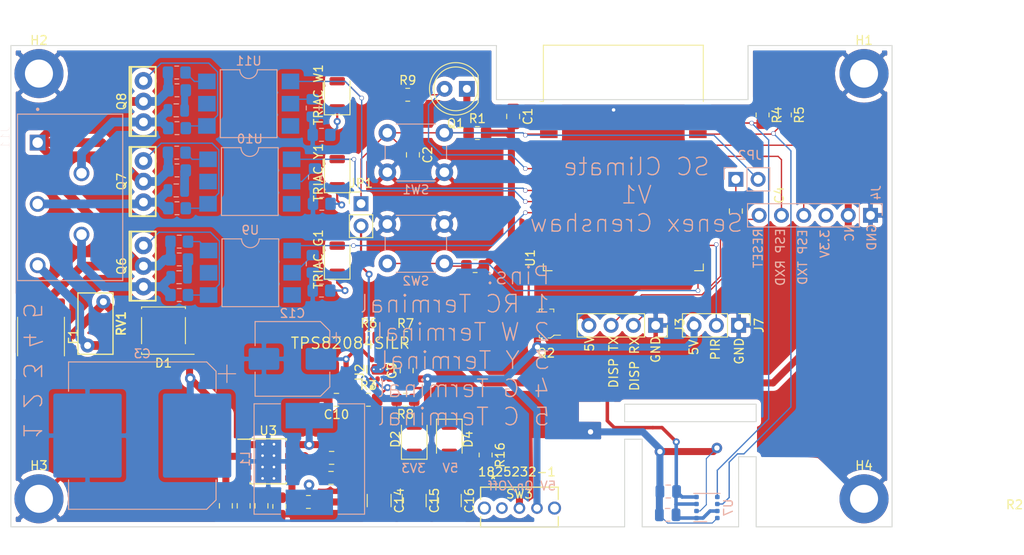
<source format=kicad_pcb>
(kicad_pcb (version 20171130) (host pcbnew "(5.1.8)-1")
  (layers (0 F.Cu signal) (31 B.Cu signal) (34 B.Paste user hide) (35 F.Paste user hide) (36 B.SilkS user) (37 F.SilkS user) (38 B.Mask user hide) (39 F.Mask user hide) (44 Edge.Cuts user))
  (net 0 "")
  (net 1 +3V3)
  (net 2 GND)
  (net 3 /~ESP_RESET)
  (net 4 +VDC)
  (net 5 "Net-(C4-Pad2)")
  (net 6 "Net-(C4-Pad1)")
  (net 7 "Net-(C8-Pad1)")
  (net 8 +5V)
  (net 9 "Net-(C11-Pad2)")
  (net 10 "Net-(C11-Pad1)")
  (net 11 /G_TERM)
  (net 12 "Net-(C24-Pad1)")
  (net 13 /Y_TERM)
  (net 14 "Net-(C25-Pad1)")
  (net 15 /W_TERM)
  (net 16 "Net-(C26-Pad1)")
  (net 17 /C_TERM)
  (net 18 "Net-(D1-Pad3)")
  (net 19 "Net-(D2-Pad2)")
  (net 20 "Net-(D4-Pad2)")
  (net 21 /TRIAC_G)
  (net 22 /TRIAC_Y)
  (net 23 /TRIAC_W)
  (net 24 /ESP_TXD)
  (net 25 /ESP_RXD)
  (net 26 /I2C_SCL)
  (net 27 /I2C_SDA)
  (net 28 /PIR)
  (net 29 /RC_TERM)
  (net 30 /PHOTO)
  (net 31 "Net-(Q6-Pad3)")
  (net 32 "Net-(Q7-Pad3)")
  (net 33 "Net-(Q8-Pad3)")
  (net 34 /MODE)
  (net 35 "Net-(R10-Pad2)")
  (net 36 "Net-(R31-Pad1)")
  (net 37 "Net-(R32-Pad1)")
  (net 38 "Net-(R33-Pad1)")
  (net 39 "Net-(R39-Pad2)")
  (net 40 "Net-(R40-Pad2)")
  (net 41 "Net-(R41-Pad2)")
  (net 42 /DISP_RX)
  (net 43 /DISP_TX)
  (net 44 "Net-(R23-Pad1)")
  (net 45 "Net-(R24-Pad1)")
  (net 46 "Net-(R25-Pad1)")
  (net 47 "Net-(J3-Pad4)")
  (net 48 /DISP_EN)
  (net 49 "Net-(R6-Pad2)")
  (net 50 /5V_Switch)
  (net 51 "Net-(JP1-Pad2)")
  (module Connector_PinSocket_2.54mm:PinSocket_1x04_P2.54mm_Vertical (layer F.Cu) (at 113.538 117 270)
    (fp_text reference J3 (at 0 -2.77 90) (layer F.SilkS))
    (fp_text value DISP_SERIAL)
    (pad 4 thru_hole oval (at 0 7.62 270) (size 1.7 1.7) (drill 1) (layers *.Cu *.Mask) (net 47 "Net-(J3-Pad4)"))
    (pad 3 thru_hole oval (at 0 5.08 270) (size 1.7 1.7) (drill 1) (layers *.Cu *.Mask) (net 43 /DISP_TX))
    (pad 2 thru_hole oval (at 0 2.54 270) (size 1.7 1.7) (drill 1) (layers *.Cu *.Mask) (net 42 /DISP_RX))
    (pad 1 thru_hole rect (at 0 0 270) (size 1.7 1.7) (drill 1) (layers *.Cu *.Mask) (net 2 GND))
  )
  (module Connector_PinHeader_2.54mm:PinHeader_1x03_P2.54mm_Vertical (layer F.Cu) (at 123 117 270)
    (fp_text reference J7 (at 0 -2.33 90) (layer F.SilkS))
    (fp_text value PIR)
    (pad 3 thru_hole oval (at 0 5.08 270) (size 1.7 1.7) (drill 1) (layers *.Cu *.Mask) (net 8 +5V))
    (pad 2 thru_hole oval (at 0 2.54 270) (size 1.7 1.7) (drill 1) (layers *.Cu *.Mask) (net 28 /PIR))
    (pad 1 thru_hole rect (at 0 0 270) (size 1.7 1.7) (drill 1) (layers *.Cu *.Mask) (net 2 GND))
  )
  (module footprints:1825232-1 (layer F.Cu) (at 96 137.8585)
    (fp_text reference SW3 (at 2 -1.6002) (layer F.SilkS))
    (fp_text value 1825232-1 (at 1.7145 -4.1275) (layer F.SilkS))
    (fp_text user * (at -1 -3.2512) (layer F.SilkS))
    (fp_text user * (at -1 -3.2512) (layer F.SilkS))
    (pad 5 thru_hole circle (at 6 0) (size 1.4986 1.4986) (drill 0.9906) (layers *.Cu *.Mask))
    (pad 4 thru_hole circle (at -2 0) (size 1.4986 1.4986) (drill 0.9906) (layers *.Cu *.Mask))
    (pad 3 thru_hole circle (at 4.000001 0) (size 1.3208 1.3208) (drill 0.8128) (layers *.Cu *.Mask) (net 8 +5V))
    (pad 2 thru_hole circle (at 2 0) (size 1.3208 1.3208) (drill 0.8128) (layers *.Cu *.Mask) (net 50 /5V_Switch))
    (pad 1 thru_hole circle (at -0.000001 0) (size 1.3208 1.3208) (drill 0.8128) (layers *.Cu *.Mask))
  )
  (module LED_THT:LED_D5.0mm_Clear (layer F.Cu) (at 92 90 180)
    (fp_text reference Q1 (at 1.27 -3.96) (layer F.SilkS))
    (fp_text value TEPT5700)
    (pad 2 thru_hole circle (at 2.54 0 180) (size 1.8 1.8) (drill 0.9) (layers *.Cu *.Mask) (net 30 /PHOTO))
    (pad 1 thru_hole rect (at 0 0 180) (size 1.8 1.8) (drill 0.9) (layers *.Cu *.Mask) (net 1 +3V3))
  )
  (module MountingHole:MountingHole_3.2mm_M3_DIN965_Pad (layer F.Cu) (at 137.3 136.8)
    (fp_text reference H4 (at 0 -3.8) (layer F.SilkS))
    (fp_text value MountingHole_Pad)
    (pad 1 thru_hole circle (at 0 0) (size 5.6 5.6) (drill 3.2) (layers *.Cu *.Mask) (net 2 GND))
  )
  (module Resistor_SMD:R_0805_2012Metric_Pad1.20x1.40mm_HandSolder (layer F.Cu) (at 84.9978 125.5 180)
    (fp_text reference R8 (at 0 -1.65) (layer F.SilkS))
    (fp_text value 8K2)
    (pad 2 smd roundrect (at 1 0 180) (size 1.2 1.4) (layers F.Cu F.Paste F.Mask) (roundrect_rratio 0.208333) (net 1 +3V3))
    (pad 1 smd roundrect (at -1 0 180) (size 1.2 1.4) (layers F.Cu F.Paste F.Mask) (roundrect_rratio 0.208333) (net 19 "Net-(D2-Pad2)"))
  )
  (module LED_SMD:LED_1206_3216Metric_ReverseMount_Hole1.8x2.4mm (layer F.Cu) (at 86 130 90)
    (fp_text reference D2 (at 0 -2.145 90) (layer F.SilkS))
    (fp_text value 3V)
    (pad "" np_thru_hole oval (at 0 0 90) (size 1.8 2.4) (drill oval 1.8 2.4) (layers *.Cu *.Mask))
    (pad 2 smd roundrect (at 1.55 0 90) (size 0.95 1.75) (layers F.Cu F.Paste F.Mask) (roundrect_rratio 0.2) (net 19 "Net-(D2-Pad2)"))
    (pad 1 smd roundrect (at -1.55 0 90) (size 0.95 1.75) (layers F.Cu F.Paste F.Mask) (roundrect_rratio 0.2) (net 2 GND))
  )
  (module Capacitor_SMD:CP_Elec_8x10 (layer B.Cu) (at 72.1106 120.8278 180)
    (fp_text reference C12 (at 0 5.2) (layer B.SilkS) (effects (justify mirror)))
    (fp_text value "220 uF")
    (pad 2 smd roundrect (at 3.25 0 180) (size 3.5 2.5) (layers B.Cu B.Paste B.Mask) (roundrect_rratio 0.1) (net 2 GND))
    (pad 1 smd roundrect (at -3.25 0 180) (size 3.5 2.5) (layers B.Cu B.Paste B.Mask) (roundrect_rratio 0.1) (net 1 +3V3))
  )
  (module footprints:Texas_Instruments-SIL0008C-0-0-MFG (layer F.Cu) (at 82.1436 122.0216 90)
    (fp_text reference U2 (at -1.45 -2.35 90) (layer F.SilkS) (effects (justify left)))
    (fp_text value TPS82084SILR (at 2.9845 -3.429) (layer F.SilkS) (effects (font (size 1.27 1.27))))
    (pad ~ thru_hole circle (at 0 0.75 90) (size 0.5 0.5) (drill 0.2) (layers *.Cu))
    (pad ~ thru_hole circle (at 0 0 90) (size 0.5 0.5) (drill 0.2) (layers *.Cu))
    (pad ~ thru_hole circle (at 0 -0.75 90) (size 0.5 0.5) (drill 0.2) (layers *.Cu))
    (pad 9 smd roundrect (at 0 0 90) (size 1.2 2) (layers F.Cu) (roundrect_rratio 0.1666666667) (net 2 GND))
    (pad 8 smd roundrect (at 1.1 -0.975 90) (size 0.6 0.5) (layers F.Cu) (roundrect_rratio 0.4) (net 1 +3V3))
    (pad 7 smd roundrect (at 1.1 -0.325 90) (size 0.6 0.5) (layers F.Cu) (roundrect_rratio 0.4) (net 49 "Net-(R6-Pad2)"))
    (pad 6 smd roundrect (at 1.1 0.325 90) (size 0.6 0.5) (layers F.Cu) (roundrect_rratio 0.4) (net 2 GND))
    (pad 5 smd roundrect (at 1.1 0.975 90) (size 0.6 0.5) (layers F.Cu) (roundrect_rratio 0.4) (net 2 GND))
    (pad 4 smd roundrect (at -1.1 0.975 90) (size 0.6 0.5) (layers F.Cu) (roundrect_rratio 0.4) (net 8 +5V))
    (pad 3 smd roundrect (at -1.1 0.325 90) (size 0.6 0.5) (layers F.Cu) (roundrect_rratio 0.4) (net 8 +5V))
    (pad 2 smd roundrect (at -1.1 -0.325 90) (size 0.6 0.5) (layers F.Cu) (roundrect_rratio 0.4) (net 51 "Net-(JP1-Pad2)"))
    (pad 1 smd roundrect (at -1.1 -0.975 90) (size 0.6 0.5) (layers F.Cu) (roundrect_rratio 0.4) (net 8 +5V))
  )
  (module Resistor_SMD:R_0805_2012Metric_Pad1.20x1.40mm_HandSolder (layer F.Cu) (at 85.0138 118.4402)
    (fp_text reference R7 (at 0 -1.65) (layer F.SilkS))
    (fp_text value 169k)
    (pad 2 smd roundrect (at 1 0) (size 1.2 1.4) (layers F.Cu F.Paste F.Mask) (roundrect_rratio 0.208333) (net 2 GND))
    (pad 1 smd roundrect (at -1 0) (size 1.2 1.4) (layers F.Cu F.Paste F.Mask) (roundrect_rratio 0.208333) (net 49 "Net-(R6-Pad2)"))
  )
  (module Resistor_SMD:R_0805_2012Metric_Pad1.20x1.40mm_HandSolder (layer F.Cu) (at 80.8322 118.4148)
    (fp_text reference R6 (at 0 -1.65) (layer F.SilkS))
    (fp_text value 523k)
    (pad 2 smd roundrect (at 1 0) (size 1.2 1.4) (layers F.Cu F.Paste F.Mask) (roundrect_rratio 0.208333) (net 49 "Net-(R6-Pad2)"))
    (pad 1 smd roundrect (at -1 0) (size 1.2 1.4) (layers F.Cu F.Paste F.Mask) (roundrect_rratio 0.208333) (net 1 +3V3))
  )
  (module Resistor_SMD:R_0805_2012Metric_Pad1.20x1.40mm_HandSolder (layer F.Cu) (at 80.772 125.5)
    (fp_text reference R3 (at 0 -1.65) (layer F.SilkS))
    (fp_text value 499k)
    (pad 2 smd roundrect (at 1 0) (size 1.2 1.4) (layers F.Cu F.Paste F.Mask) (roundrect_rratio 0.208333) (net 51 "Net-(JP1-Pad2)"))
    (pad 1 smd roundrect (at -1 0) (size 1.2 1.4) (layers F.Cu F.Paste F.Mask) (roundrect_rratio 0.208333) (net 1 +3V3))
  )
  (module Capacitor_SMD:C_0805_2012Metric (layer F.Cu) (at 77.1296 125.5 180)
    (fp_text reference C10 (at 0 -1.68) (layer F.SilkS))
    (fp_text value "10 uF")
    (pad 2 smd roundrect (at 0.95 0 180) (size 1 1.45) (layers F.Cu F.Paste F.Mask) (net 2 GND))
    (pad 1 smd roundrect (at -0.95 0 180) (size 1 1.45) (layers F.Cu F.Paste F.Mask) (net 1 +3V3))
  )
  (module Capacitor_SMD:C_0805_2012Metric (layer F.Cu) (at 85.1408 122.1638 90)
    (fp_text reference C9 (at 0 -1.68 90) (layer F.SilkS))
    (fp_text value "10 uf")
    (pad 2 smd roundrect (at 0.95 0 90) (size 1 1.45) (layers F.Cu F.Paste F.Mask) (net 2 GND))
    (pad 1 smd roundrect (at -0.95 0 90) (size 1 1.45) (layers F.Cu F.Paste F.Mask) (net 8 +5V))
  )
  (module digikey-footprints:SOT-23-3 (layer F.Cu) (at 101.092 116.7892 180)
    (fp_text reference Q2 (at 0.025 -3.375) (layer F.SilkS))
    (fp_text value 2N7002)
    (pad 1 smd rect (at -1.05 -0.95 180) (size 1.3 0.6) (layers F.Cu F.Paste F.Mask) (net 48 /DISP_EN))
    (pad 2 smd rect (at -1.05 0.95 180) (size 1.3 0.6) (layers F.Cu F.Paste F.Mask) (net 47 "Net-(J3-Pad4)"))
    (pad 3 smd rect (at 1.05 0 180) (size 1.3 0.6) (layers F.Cu F.Paste F.Mask) (net 8 +5V))
  )
  (module Resistor_SMD:R_0805_2012Metric_Pad1.20x1.40mm_HandSolder (layer F.Cu) (at 128.27 92.98 270)
    (fp_text reference R5 (at 0 -1.65 90) (layer F.SilkS))
    (fp_text value 3.3k)
    (pad 2 smd roundrect (at 1 0 270) (size 1.2 1.4) (layers F.Cu F.Paste F.Mask) (roundrect_rratio 0.2083325) (net 27 /I2C_SDA))
    (pad 1 smd roundrect (at -1 0 270) (size 1.2 1.4) (layers F.Cu F.Paste F.Mask) (roundrect_rratio 0.2083325) (net 1 +3V3))
  )
  (module Resistor_SMD:R_0805_2012Metric_Pad1.20x1.40mm_HandSolder (layer F.Cu) (at 125.73 92.98 270)
    (fp_text reference R4 (at 0 -1.65 90) (layer F.SilkS))
    (fp_text value 3.3k)
    (pad 2 smd roundrect (at 1 0 270) (size 1.2 1.4) (layers F.Cu F.Paste F.Mask) (roundrect_rratio 0.2083325) (net 26 /I2C_SCL))
    (pad 1 smd roundrect (at -1 0 270) (size 1.2 1.4) (layers F.Cu F.Paste F.Mask) (roundrect_rratio 0.2083325) (net 1 +3V3))
  )
  (module RF_Module:ESP32-WROOM-32 (layer F.Cu) (at 109.85 100.884)
    (fp_text reference U1 (at -10.61 8.43 90) (layer F.SilkS))
    (fp_text value ESP32-WROOM-32D)
    (pad 38 smd rect (at 8.5 -8.255) (size 2 0.9) (layers F.Cu F.Paste F.Mask) (net 2 GND))
    (pad 37 smd rect (at 8.5 -6.985) (size 2 0.9) (layers F.Cu F.Paste F.Mask) (net 26 /I2C_SCL))
    (pad 36 smd rect (at 8.5 -5.715) (size 2 0.9) (layers F.Cu F.Paste F.Mask) (net 27 /I2C_SDA))
    (pad 35 smd rect (at 8.5 -4.445) (size 2 0.9) (layers F.Cu F.Paste F.Mask) (net 24 /ESP_TXD))
    (pad 34 smd rect (at 8.5 -3.175) (size 2 0.9) (layers F.Cu F.Paste F.Mask) (net 25 /ESP_RXD))
    (pad 33 smd rect (at 8.5 -1.905) (size 2 0.9) (layers F.Cu F.Paste F.Mask))
    (pad 32 smd rect (at 8.5 -0.635) (size 2 0.9) (layers F.Cu F.Paste F.Mask))
    (pad 31 smd rect (at 8.5 0.635) (size 2 0.9) (layers F.Cu F.Paste F.Mask) (net 42 /DISP_RX))
    (pad 30 smd rect (at 8.5 1.905) (size 2 0.9) (layers F.Cu F.Paste F.Mask) (net 43 /DISP_TX))
    (pad 29 smd rect (at 8.5 3.175) (size 2 0.9) (layers F.Cu F.Paste F.Mask))
    (pad 28 smd rect (at 8.5 4.445) (size 2 0.9) (layers F.Cu F.Paste F.Mask))
    (pad 27 smd rect (at 8.5 5.715) (size 2 0.9) (layers F.Cu F.Paste F.Mask))
    (pad 26 smd rect (at 8.5 6.985) (size 2 0.9) (layers F.Cu F.Paste F.Mask) (net 28 /PIR))
    (pad 25 smd rect (at 8.5 8.255) (size 2 0.9) (layers F.Cu F.Paste F.Mask) (net 34 /MODE))
    (pad 24 smd rect (at 5.715 9.255 90) (size 2 0.9) (layers F.Cu F.Paste F.Mask))
    (pad 23 smd rect (at 4.445 9.255 90) (size 2 0.9) (layers F.Cu F.Paste F.Mask))
    (pad 22 smd rect (at 3.175 9.255 90) (size 2 0.9) (layers F.Cu F.Paste F.Mask))
    (pad 21 smd rect (at 1.905 9.255 90) (size 2 0.9) (layers F.Cu F.Paste F.Mask))
    (pad 20 smd rect (at 0.635 9.255 90) (size 2 0.9) (layers F.Cu F.Paste F.Mask))
    (pad 19 smd rect (at -0.635 9.255 90) (size 2 0.9) (layers F.Cu F.Paste F.Mask))
    (pad 18 smd rect (at -1.905 9.255 90) (size 2 0.9) (layers F.Cu F.Paste F.Mask))
    (pad 17 smd rect (at -3.175 9.255 90) (size 2 0.9) (layers F.Cu F.Paste F.Mask))
    (pad 16 smd rect (at -4.445 9.255 90) (size 2 0.9) (layers F.Cu F.Paste F.Mask))
    (pad 15 smd rect (at -5.715 9.255 90) (size 2 0.9) (layers F.Cu F.Paste F.Mask) (net 2 GND))
    (pad 14 smd rect (at -8.5 8.255) (size 2 0.9) (layers F.Cu F.Paste F.Mask))
    (pad 13 smd rect (at -8.5 6.985) (size 2 0.9) (layers F.Cu F.Paste F.Mask))
    (pad 12 smd rect (at -8.5 5.715) (size 2 0.9) (layers F.Cu F.Paste F.Mask))
    (pad 11 smd rect (at -8.5 4.445) (size 2 0.9) (layers F.Cu F.Paste F.Mask) (net 48 /DISP_EN))
    (pad 10 smd rect (at -8.5 3.175) (size 2 0.9) (layers F.Cu F.Paste F.Mask) (net 21 /TRIAC_G))
    (pad 9 smd rect (at -8.5 1.905) (size 2 0.9) (layers F.Cu F.Paste F.Mask) (net 22 /TRIAC_Y))
    (pad 8 smd rect (at -8.5 0.635) (size 2 0.9) (layers F.Cu F.Paste F.Mask) (net 23 /TRIAC_W))
    (pad 7 smd rect (at -8.5 -0.635) (size 2 0.9) (layers F.Cu F.Paste F.Mask))
    (pad 6 smd rect (at -8.5 -1.905) (size 2 0.9) (layers F.Cu F.Paste F.Mask) (net 30 /PHOTO))
    (pad 5 smd rect (at -8.5 -3.175) (size 2 0.9) (layers F.Cu F.Paste F.Mask))
    (pad 4 smd rect (at -8.5 -4.445) (size 2 0.9) (layers F.Cu F.Paste F.Mask))
    (pad 3 smd rect (at -8.5 -5.715) (size 2 0.9) (layers F.Cu F.Paste F.Mask) (net 3 /~ESP_RESET))
    (pad 2 smd rect (at -8.5 -6.985) (size 2 0.9) (layers F.Cu F.Paste F.Mask) (net 1 +3V3))
    (pad 1 smd rect (at -8.5 -8.255) (size 2 0.9) (layers F.Cu F.Paste F.Mask) (net 2 GND))
    (pad 39 smd rect (at -1 -0.755) (size 5 5) (layers F.Cu F.Paste F.Mask) (net 2 GND))
  )
  (module Package_LGA:Bosch_LGA-8_3x3mm_P0.8mm_ClockwisePinNumbering (layer B.Cu) (at 119.38 137.795 90)
    (fp_text reference U7 (at 0 2.45 270) (layer B.SilkS) (effects (justify mirror)))
    (fp_text value BME680)
    (pad 1 smd roundrect (at -1.2 1.1875 90) (size 0.5 0.525) (layers B.Cu B.Paste B.Mask) (net 2 GND))
    (pad 2 smd roundrect (at -0.4 1.1875 90) (size 0.5 0.525) (layers B.Cu B.Paste B.Mask) (net 1 +3V3))
    (pad 3 smd roundrect (at 0.4 1.1875 90) (size 0.5 0.525) (layers B.Cu B.Paste B.Mask) (net 27 /I2C_SDA))
    (pad 4 smd roundrect (at 1.2 1.1875 90) (size 0.5 0.525) (layers B.Cu B.Paste B.Mask) (net 26 /I2C_SCL))
    (pad 5 smd roundrect (at 1.2 -1.1875 90) (size 0.5 0.525) (layers B.Cu B.Paste B.Mask) (net 1 +3V3))
    (pad 6 smd roundrect (at 0.4 -1.1875 90) (size 0.5 0.525) (layers B.Cu B.Paste B.Mask) (net 1 +3V3))
    (pad 7 smd roundrect (at -0.4 -1.1875 90) (size 0.5 0.525) (layers B.Cu B.Paste B.Mask) (net 2 GND))
    (pad 8 smd roundrect (at -1.2 -1.1875 90) (size 0.5 0.525) (layers B.Cu B.Paste B.Mask) (net 1 +3V3))
  )
  (module Diode_SMD:Diode_Bridge_Vishay_MBLS (layer F.Cu) (at 57.404 117.602 180)
    (fp_text reference D1 (at 0 -3.7) (layer F.SilkS))
    (fp_text value CD-MBL206SL)
    (pad 2 smd rect (at 2.975 -2 180) (size 1 0.7) (layers F.Cu F.Paste F.Mask) (net 17 /C_TERM))
    (pad 3 smd rect (at 2.975 2 180) (size 1 0.7) (layers F.Cu F.Paste F.Mask) (net 18 "Net-(D1-Pad3)"))
    (pad 4 smd rect (at -2.975 2 180) (size 1 0.7) (layers F.Cu F.Paste F.Mask) (net 2 GND))
    (pad 1 smd rect (at -2.975 -2 180) (size 1 0.7) (layers F.Cu F.Paste F.Mask) (net 4 +VDC))
  )
  (module Connector_PinHeader_2.54mm:PinHeader_1x02_P2.54mm_Vertical (layer B.Cu) (at 122.682 100.33 270)
    (fp_text reference JP2 (at -2.74828 -1.59512 180) (layer B.SilkS) (effects (justify mirror)))
    (fp_text value ~RESET)
    (pad 2 thru_hole oval (at 0 -2.54 270) (size 1.7 1.7) (drill 1) (layers *.Cu *.Mask) (net 3 /~ESP_RESET))
    (pad 1 thru_hole rect (at 0 0 270) (size 1.7 1.7) (drill 1) (layers *.Cu *.Mask) (net 6 "Net-(C4-Pad1)"))
  )
  (module Connector_PinHeader_2.54mm:PinHeader_1x02_P2.54mm_Vertical (layer F.Cu) (at 79.9338 103.10876)
    (fp_text reference JP1 (at 0 -2.33) (layer F.SilkS))
    (fp_text value PG_TO_~RESET)
    (pad 2 thru_hole oval (at 0 2.54) (size 1.7 1.7) (drill 1) (layers *.Cu *.Mask) (net 51 "Net-(JP1-Pad2)"))
    (pad 1 thru_hole rect (at 0 0) (size 1.7 1.7) (drill 1) (layers *.Cu *.Mask) (net 3 /~ESP_RESET))
  )
  (module LED_SMD:LED_1206_3216Metric_ReverseMount_Hole1.8x2.4mm (layer F.Cu) (at 77.216 90.678 90)
    (fp_text reference TRIAC_W1 (at 0 -2.145 270) (layer F.SilkS))
    (fp_text value Y2)
    (pad "" np_thru_hole oval (at 0 0 90) (size 1.8 2.4) (drill oval 1.8 2.4) (layers *.Cu *.Mask))
    (pad 2 smd roundrect (at 1.55 0 90) (size 0.95 1.75) (layers F.Cu F.Paste F.Mask) (roundrect_rratio 0.2) (net 23 /TRIAC_W))
    (pad 1 smd roundrect (at -1.55 0 90) (size 0.95 1.75) (layers F.Cu F.Paste F.Mask) (roundrect_rratio 0.2) (net 46 "Net-(R25-Pad1)"))
  )
  (module Button_Switch_THT:SW_PUSH_6mm_H8mm (layer B.Cu) (at 82.936 99.522)
    (fp_text reference SW1 (at 3.25 2) (layer B.SilkS) (effects (justify mirror)))
    (fp_text value RESET)
    (pad 1 thru_hole circle (at 6.5 0 270) (size 2 2) (drill 1.1) (layers *.Cu *.Mask) (net 2 GND))
    (pad 2 thru_hole circle (at 6.5 -4.5 270) (size 2 2) (drill 1.1) (layers *.Cu *.Mask) (net 3 /~ESP_RESET))
    (pad 1 thru_hole circle (at 0 0 270) (size 2 2) (drill 1.1) (layers *.Cu *.Mask) (net 2 GND))
    (pad 2 thru_hole circle (at 0 -4.5 270) (size 2 2) (drill 1.1) (layers *.Cu *.Mask) (net 3 /~ESP_RESET))
  )
  (module Package_DIP:SMDIP-6_W9.53mm (layer B.Cu) (at 67.249 100.584 180)
    (fp_text reference U10 (at 0 4.87 180) (layer B.SilkS) (effects (justify mirror)))
    (fp_text value MOC3043)
    (pad 6 smd rect (at 4.765 2.54 180) (size 2 1.78) (layers B.Cu B.Paste B.Mask) (net 40 "Net-(R40-Pad2)"))
    (pad 3 smd rect (at -4.765 -2.54 180) (size 2 1.78) (layers B.Cu B.Paste B.Mask))
    (pad 5 smd rect (at 4.765 0 180) (size 2 1.78) (layers B.Cu B.Paste B.Mask))
    (pad 2 smd rect (at -4.765 0 180) (size 2 1.78) (layers B.Cu B.Paste B.Mask) (net 37 "Net-(R32-Pad1)"))
    (pad 4 smd rect (at 4.765 -2.54 180) (size 2 1.78) (layers B.Cu B.Paste B.Mask) (net 32 "Net-(Q7-Pad3)"))
    (pad 1 smd rect (at -4.765 2.54 180) (size 2 1.78) (layers B.Cu B.Paste B.Mask) (net 22 /TRIAC_Y))
  )
  (module Package_DIP:SMDIP-6_W9.53mm (layer B.Cu) (at 67.31 110.998 180)
    (fp_text reference U9 (at 0 4.87 180) (layer B.SilkS) (effects (justify mirror)))
    (fp_text value MOC3043)
    (pad 6 smd rect (at 4.765 2.54 180) (size 2 1.78) (layers B.Cu B.Paste B.Mask) (net 39 "Net-(R39-Pad2)"))
    (pad 3 smd rect (at -4.765 -2.54 180) (size 2 1.78) (layers B.Cu B.Paste B.Mask))
    (pad 5 smd rect (at 4.765 0 180) (size 2 1.78) (layers B.Cu B.Paste B.Mask))
    (pad 2 smd rect (at -4.765 0 180) (size 2 1.78) (layers B.Cu B.Paste B.Mask) (net 36 "Net-(R31-Pad1)"))
    (pad 4 smd rect (at 4.765 -2.54 180) (size 2 1.78) (layers B.Cu B.Paste B.Mask) (net 31 "Net-(Q6-Pad3)"))
    (pad 1 smd rect (at -4.765 2.54 180) (size 2 1.78) (layers B.Cu B.Paste B.Mask) (net 21 /TRIAC_G))
  )
  (module Resistor_SMD:R_0805_2012Metric_Pad1.20x1.40mm_HandSolder (layer B.Cu) (at 58.944 103.632 180)
    (fp_text reference R48 hide)
    (fp_text value 820)
    (pad 2 smd roundrect (at 1 0 180) (size 1.2 1.4) (layers B.Cu B.Paste B.Mask) (roundrect_rratio 0.2083325) (net 13 /Y_TERM))
    (pad 1 smd roundrect (at -1 0 180) (size 1.2 1.4) (layers B.Cu B.Paste B.Mask) (roundrect_rratio 0.2083325) (net 32 "Net-(Q7-Pad3)"))
  )
  (module Button_Switch_THT:SW_PUSH_6mm_H8mm (layer B.Cu) (at 82.936 109.936)
    (fp_text reference SW2 (at 3.25 2) (layer B.SilkS) (effects (justify mirror)))
    (fp_text value MODE)
    (pad 1 thru_hole circle (at 6.5 0 270) (size 2 2) (drill 1.1) (layers *.Cu *.Mask) (net 34 /MODE))
    (pad 2 thru_hole circle (at 6.5 -4.5 270) (size 2 2) (drill 1.1) (layers *.Cu *.Mask) (net 2 GND))
    (pad 1 thru_hole circle (at 0 0 270) (size 2 2) (drill 1.1) (layers *.Cu *.Mask) (net 34 /MODE))
    (pad 2 thru_hole circle (at 0 -4.5 270) (size 2 2) (drill 1.1) (layers *.Cu *.Mask) (net 2 GND))
  )
  (module Resistor_SMD:R_0805_2012Metric_Pad1.20x1.40mm_HandSolder (layer F.Cu) (at 93.202 95.0468)
    (fp_text reference R1 (at 0 -1.65 180) (layer F.SilkS))
    (fp_text value 10K)
    (pad 2 smd roundrect (at 1 0) (size 1.2 1.4) (layers F.Cu F.Paste F.Mask) (roundrect_rratio 0.2083325) (net 1 +3V3))
    (pad 1 smd roundrect (at -1 0) (size 1.2 1.4) (layers F.Cu F.Paste F.Mask) (roundrect_rratio 0.2083325) (net 3 /~ESP_RESET))
  )
  (module footprints:CUI_TBL002A-350-05GY-2GY (layer B.Cu) (at 43.053 96.139 270)
    (fp_text reference J11 (at -0.575 3.685 270) (layer B.SilkS) (effects (font (thickness 0.015)) (justify mirror)))
    (fp_text value HVAC)
    (pad 5 thru_hole circle (at 14 0 270) (size 1.8 1.8) (drill 1.2) (layers *.Cu *.Mask) (net 17 /C_TERM))
    (pad 4 thru_hole circle (at 10.5 -5 270) (size 1.8 1.8) (drill 1.2) (layers *.Cu *.Mask) (net 11 /G_TERM))
    (pad 3 thru_hole circle (at 7 0 270) (size 1.8 1.8) (drill 1.2) (layers *.Cu *.Mask) (net 13 /Y_TERM))
    (pad 2 thru_hole circle (at 3.5 -5 270) (size 1.8 1.8) (drill 1.2) (layers *.Cu *.Mask) (net 15 /W_TERM))
    (pad 1 thru_hole rect (at 0 0 270) (size 1.8 1.8) (drill 1.2) (layers *.Cu *.Mask) (net 29 /RC_TERM))
  )
  (module MountingHole:MountingHole_3.2mm_M3_DIN965_Pad (layer F.Cu) (at 43.2 136.8)
    (fp_text reference H3 (at 0 -3.8) (layer F.SilkS))
    (fp_text value MountingHole_Pad)
    (pad 1 thru_hole circle (at 0 0) (size 5.6 5.6) (drill 3.2) (layers *.Cu *.Mask) (net 2 GND))
  )
  (module MountingHole:MountingHole_3.2mm_M3_DIN965_Pad (layer F.Cu) (at 43.2 88.26)
    (fp_text reference H2 (at 0 -3.8) (layer F.SilkS))
    (fp_text value MountingHole_Pad)
    (pad 1 thru_hole circle (at 0 0) (size 5.6 5.6) (drill 3.2) (layers *.Cu *.Mask) (net 2 GND))
  )
  (module MountingHole:MountingHole_3.2mm_M3_DIN965_Pad (layer F.Cu) (at 137.3 88.26)
    (fp_text reference H1 (at 0 -3.8) (layer F.SilkS))
    (fp_text value MountingHole_Pad)
    (pad 1 thru_hole circle (at 0 0) (size 5.6 5.6) (drill 3.2) (layers *.Cu *.Mask) (net 2 GND))
  )
  (module Package_DIP:SMDIP-6_W9.53mm (layer B.Cu) (at 67.117 91.694 180)
    (fp_text reference U11 (at 0 4.87 180) (layer B.SilkS) (effects (justify mirror)))
    (fp_text value MOC3043)
    (pad 6 smd rect (at 4.765 2.54 180) (size 2 1.78) (layers B.Cu B.Paste B.Mask) (net 41 "Net-(R41-Pad2)"))
    (pad 3 smd rect (at -4.765 -2.54 180) (size 2 1.78) (layers B.Cu B.Paste B.Mask))
    (pad 5 smd rect (at 4.765 0 180) (size 2 1.78) (layers B.Cu B.Paste B.Mask))
    (pad 2 smd rect (at -4.765 0 180) (size 2 1.78) (layers B.Cu B.Paste B.Mask) (net 38 "Net-(R33-Pad1)"))
    (pad 4 smd rect (at 4.765 -2.54 180) (size 2 1.78) (layers B.Cu B.Paste B.Mask) (net 33 "Net-(Q8-Pad3)"))
    (pad 1 smd rect (at -4.765 2.54 180) (size 2 1.78) (layers B.Cu B.Paste B.Mask) (net 23 /TRIAC_W))
  )
  (module Package_SO:Texas_HSOP-8-1EP_3.9x4.9mm_P1.27mm_ThermalVias (layer F.Cu) (at 69.352 132.522)
    (fp_text reference U3 (at 0 -3.5 180) (layer F.SilkS))
    (fp_text value LMR36520)
    (pad 9 thru_hole circle (at 0.65 1.95) (size 0.6 0.6) (drill 0.3) (layers *.Cu) (net 2 GND))
    (pad 9 thru_hole circle (at 0.65 0.65) (size 0.6 0.6) (drill 0.3) (layers *.Cu) (net 2 GND))
    (pad 9 thru_hole circle (at -0.65 0.65) (size 0.6 0.6) (drill 0.3) (layers *.Cu) (net 2 GND))
    (pad 9 thru_hole circle (at -0.65 1.95) (size 0.6 0.6) (drill 0.3) (layers *.Cu) (net 2 GND))
    (pad 9 thru_hole circle (at 0.65 -1.95) (size 0.6 0.6) (drill 0.3) (layers *.Cu) (net 2 GND))
    (pad 9 thru_hole circle (at 0.65 -0.65) (size 0.6 0.6) (drill 0.3) (layers *.Cu) (net 2 GND))
    (pad 9 thru_hole circle (at -0.65 -0.65) (size 0.6 0.6) (drill 0.3) (layers *.Cu) (net 2 GND))
    (pad 9 thru_hole circle (at -0.65 -1.95) (size 0.6 0.6) (drill 0.3) (layers *.Cu) (net 2 GND))
    (pad 8 smd rect (at 2.7 -1.905) (size 1.55 0.6) (layers F.Cu F.Paste F.Mask) (net 9 "Net-(C11-Pad2)"))
    (pad 7 smd rect (at 2.7 -0.635) (size 1.55 0.6) (layers F.Cu F.Paste F.Mask) (net 10 "Net-(C11-Pad1)"))
    (pad 6 smd rect (at 2.7 0.635) (size 1.55 0.6) (layers F.Cu F.Paste F.Mask) (net 7 "Net-(C8-Pad1)"))
    (pad 5 smd rect (at 2.7 1.905) (size 1.55 0.6) (layers F.Cu F.Paste F.Mask) (net 35 "Net-(R10-Pad2)"))
    (pad 4 smd rect (at -2.7 1.905) (size 1.55 0.6) (layers F.Cu F.Paste F.Mask))
    (pad 3 smd rect (at -2.7 0.635) (size 1.55 0.6) (layers F.Cu F.Paste F.Mask) (net 4 +VDC))
    (pad 2 smd rect (at -2.7 -0.635) (size 1.55 0.6) (layers F.Cu F.Paste F.Mask) (net 4 +VDC))
    (pad 1 smd rect (at -2.7 -1.905) (size 1.55 0.6) (layers F.Cu F.Paste F.Mask) (net 2 GND))
    (pad 9 smd rect (at 0 0) (size 2.95 4.9) (layers B.Cu) (net 2 GND))
    (pad 9 smd rect (at 0 0) (size 2.95 4.9) (layers F.Cu) (net 2 GND))
  )
  (module ClimateSprinklerController:RV_Disc_D7mm_W4mm_P5mm (layer F.Cu) (at 50.546 114.3 270)
    (fp_text reference RV1 (at 2.5 -2.032 90) (layer F.SilkS) (effects (font (thickness 0.2))))
    (fp_text value B72205S0400K101 hide)
    (pad 1 thru_hole circle (at 0 0 270) (size 1.6 1.6) (drill 0.8) (layers *.Cu *.Mask) (net 18 "Net-(D1-Pad3)"))
    (pad 2 thru_hole circle (at 5 1.8 270) (size 1.6 1.6) (drill 0.8) (layers *.Cu *.Mask) (net 17 /C_TERM))
  )
  (module Resistor_SMD:R_0805_2012Metric_Pad1.20x1.40mm_HandSolder (layer B.Cu) (at 58.944 90.17)
    (fp_text reference R57 hide)
    (fp_text value 39)
    (pad 2 smd roundrect (at 1 0) (size 1.2 1.4) (layers B.Cu B.Paste B.Mask) (roundrect_rratio 0.2083325) (net 16 "Net-(C26-Pad1)"))
    (pad 1 smd roundrect (at -1 0) (size 1.2 1.4) (layers B.Cu B.Paste B.Mask) (roundrect_rratio 0.2083325) (net 29 /RC_TERM))
  )
  (module Resistor_SMD:R_0805_2012Metric_Pad1.20x1.40mm_HandSolder (layer B.Cu) (at 58.944 99.314)
    (fp_text reference R56 hide)
    (fp_text value 39)
    (pad 2 smd roundrect (at 1 0) (size 1.2 1.4) (layers B.Cu B.Paste B.Mask) (roundrect_rratio 0.2083325) (net 14 "Net-(C25-Pad1)"))
    (pad 1 smd roundrect (at -1 0) (size 1.2 1.4) (layers B.Cu B.Paste B.Mask) (roundrect_rratio 0.2083325) (net 29 /RC_TERM))
  )
  (module Resistor_SMD:R_0805_2012Metric_Pad1.20x1.40mm_HandSolder (layer B.Cu) (at 59.198 109.474)
    (fp_text reference R55 hide)
    (fp_text value 39)
    (pad 2 smd roundrect (at 1 0) (size 1.2 1.4) (layers B.Cu B.Paste B.Mask) (roundrect_rratio 0.2083325) (net 12 "Net-(C24-Pad1)"))
    (pad 1 smd roundrect (at -1 0) (size 1.2 1.4) (layers B.Cu B.Paste B.Mask) (roundrect_rratio 0.2083325) (net 29 /RC_TERM))
  )
  (module Resistor_SMD:R_0805_2012Metric_Pad1.20x1.40mm_HandSolder (layer B.Cu) (at 58.944 94.488 180)
    (fp_text reference R49 hide)
    (fp_text value 820)
    (pad 2 smd roundrect (at 1 0 180) (size 1.2 1.4) (layers B.Cu B.Paste B.Mask) (roundrect_rratio 0.2083325) (net 15 /W_TERM))
    (pad 1 smd roundrect (at -1 0 180) (size 1.2 1.4) (layers B.Cu B.Paste B.Mask) (roundrect_rratio 0.2083325) (net 33 "Net-(Q8-Pad3)"))
  )
  (module Resistor_SMD:R_0805_2012Metric_Pad1.20x1.40mm_HandSolder (layer B.Cu) (at 59.198 113.538 180)
    (fp_text reference R47 hide)
    (fp_text value 820)
    (pad 2 smd roundrect (at 1 0 180) (size 1.2 1.4) (layers B.Cu B.Paste B.Mask) (roundrect_rratio 0.2083325) (net 11 /G_TERM))
    (pad 1 smd roundrect (at -1 0 180) (size 1.2 1.4) (layers B.Cu B.Paste B.Mask) (roundrect_rratio 0.2083325) (net 31 "Net-(Q6-Pad3)"))
  )
  (module Resistor_SMD:R_0805_2012Metric_Pad1.20x1.40mm_HandSolder (layer B.Cu) (at 58.912 88.138)
    (fp_text reference R41 hide)
    (fp_text value 180)
    (pad 2 smd roundrect (at 1 0) (size 1.2 1.4) (layers B.Cu B.Paste B.Mask) (roundrect_rratio 0.2083325) (net 41 "Net-(R41-Pad2)"))
    (pad 1 smd roundrect (at -1 0) (size 1.2 1.4) (layers B.Cu B.Paste B.Mask) (roundrect_rratio 0.2083325) (net 29 /RC_TERM))
  )
  (module Resistor_SMD:R_0805_2012Metric_Pad1.20x1.40mm_HandSolder (layer B.Cu) (at 58.912 97.282)
    (fp_text reference R40 hide)
    (fp_text value 180)
    (pad 2 smd roundrect (at 1 0) (size 1.2 1.4) (layers B.Cu B.Paste B.Mask) (roundrect_rratio 0.2083325) (net 40 "Net-(R40-Pad2)"))
    (pad 1 smd roundrect (at -1 0) (size 1.2 1.4) (layers B.Cu B.Paste B.Mask) (roundrect_rratio 0.2083325) (net 29 /RC_TERM))
  )
  (module Resistor_SMD:R_0805_2012Metric_Pad1.20x1.40mm_HandSolder (layer B.Cu) (at 59.198 107.442)
    (fp_text reference R39 hide)
    (fp_text value 180)
    (pad 2 smd roundrect (at 1 0) (size 1.2 1.4) (layers B.Cu B.Paste B.Mask) (roundrect_rratio 0.2083325) (net 39 "Net-(R39-Pad2)"))
    (pad 1 smd roundrect (at -1 0) (size 1.2 1.4) (layers B.Cu B.Paste B.Mask) (roundrect_rratio 0.2083325) (net 29 /RC_TERM))
  )
  (module Resistor_SMD:R_0805_2012Metric_Pad1.20x1.40mm_HandSolder (layer B.Cu) (at 74.422 92.186 270)
    (fp_text reference R33 hide)
    (fp_text value 270)
    (pad 2 smd roundrect (at 1 0 270) (size 1.2 1.4) (layers B.Cu B.Paste B.Mask) (roundrect_rratio 0.2083325) (net 2 GND))
    (pad 1 smd roundrect (at -1 0 270) (size 1.2 1.4) (layers B.Cu B.Paste B.Mask) (roundrect_rratio 0.2083325) (net 38 "Net-(R33-Pad1)"))
  )
  (module Resistor_SMD:R_0805_2012Metric_Pad1.20x1.40mm_HandSolder (layer B.Cu) (at 74.676 100.092 270)
    (fp_text reference R32 hide)
    (fp_text value 270)
    (pad 2 smd roundrect (at 1 0 270) (size 1.2 1.4) (layers B.Cu B.Paste B.Mask) (roundrect_rratio 0.2083325) (net 2 GND))
    (pad 1 smd roundrect (at -1 0 270) (size 1.2 1.4) (layers B.Cu B.Paste B.Mask) (roundrect_rratio 0.2083325) (net 37 "Net-(R32-Pad1)"))
  )
  (module Resistor_SMD:R_0805_2012Metric_Pad1.20x1.40mm_HandSolder (layer B.Cu) (at 74.422 109.982 270)
    (fp_text reference R31 hide)
    (fp_text value 270)
    (pad 2 smd roundrect (at 1 0 270) (size 1.2 1.4) (layers B.Cu B.Paste B.Mask) (roundrect_rratio 0.2083325) (net 2 GND))
    (pad 1 smd roundrect (at -1 0 270) (size 1.2 1.4) (layers B.Cu B.Paste B.Mask) (roundrect_rratio 0.2083325) (net 36 "Net-(R31-Pad1)"))
  )
  (module Resistor_SMD:R_0805_2012Metric_Pad1.20x1.40mm_HandSolder (layer B.Cu) (at 75.422 95.25 180)
    (fp_text reference R25 hide)
    (fp_text value 2K7)
    (pad 2 smd roundrect (at 1 0 180) (size 1.2 1.4) (layers B.Cu B.Paste B.Mask) (roundrect_rratio 0.2083325) (net 2 GND))
    (pad 1 smd roundrect (at -1 0 180) (size 1.2 1.4) (layers B.Cu B.Paste B.Mask) (roundrect_rratio 0.2083325) (net 46 "Net-(R25-Pad1)"))
  )
  (module Resistor_SMD:R_0805_2012Metric_Pad1.20x1.40mm_HandSolder (layer B.Cu) (at 75.454 103.124 180)
    (fp_text reference R24 hide)
    (fp_text value 2K7)
    (pad 2 smd roundrect (at 1 0 180) (size 1.2 1.4) (layers B.Cu B.Paste B.Mask) (roundrect_rratio 0.2083325) (net 2 GND))
    (pad 1 smd roundrect (at -1 0 180) (size 1.2 1.4) (layers B.Cu B.Paste B.Mask) (roundrect_rratio 0.2083325) (net 45 "Net-(R24-Pad1)"))
  )
  (module Resistor_SMD:R_0805_2012Metric_Pad1.20x1.40mm_HandSolder (layer B.Cu) (at 75.422 113.03 180)
    (fp_text reference R23 hide)
    (fp_text value 9K1)
    (pad 2 smd roundrect (at 1 0 180) (size 1.2 1.4) (layers B.Cu B.Paste B.Mask) (roundrect_rratio 0.2083325) (net 2 GND))
    (pad 1 smd roundrect (at -1 0 180) (size 1.2 1.4) (layers B.Cu B.Paste B.Mask) (roundrect_rratio 0.2083325) (net 44 "Net-(R23-Pad1)"))
  )
  (module Resistor_SMD:R_0805_2012Metric_Pad1.20x1.40mm_HandSolder (layer F.Cu) (at 94.14256 131.79476 270)
    (fp_text reference R16 (at 0 -1.65 270) (layer F.SilkS))
    (fp_text value 8K2)
    (pad 2 smd roundrect (at 1 0 270) (size 1.2 1.4) (layers F.Cu F.Paste F.Mask) (roundrect_rratio 0.2083325) (net 50 /5V_Switch))
    (pad 1 smd roundrect (at -1 0 270) (size 1.2 1.4) (layers F.Cu F.Paste F.Mask) (roundrect_rratio 0.2083325) (net 20 "Net-(D4-Pad2)"))
  )
  (module Resistor_SMD:R_0805_2012Metric_Pad1.20x1.40mm_HandSolder (layer F.Cu) (at 70.612 137.668 270)
    (fp_text reference R11 hide)
    (fp_text value 24.9K)
    (pad 2 smd roundrect (at 1 0 270) (size 1.2 1.4) (layers F.Cu F.Paste F.Mask) (roundrect_rratio 0.2083325) (net 2 GND))
    (pad 1 smd roundrect (at -1 0 270) (size 1.2 1.4) (layers F.Cu F.Paste F.Mask) (roundrect_rratio 0.2083325) (net 35 "Net-(R10-Pad2)"))
  )
  (module Resistor_SMD:R_0805_2012Metric_Pad1.20x1.40mm_HandSolder (layer F.Cu) (at 73.93 137.16 180)
    (fp_text reference R10 hide)
    (fp_text value 100K)
    (pad 2 smd roundrect (at 1 0 180) (size 1.2 1.4) (layers F.Cu F.Paste F.Mask) (roundrect_rratio 0.2083325) (net 35 "Net-(R10-Pad2)"))
    (pad 1 smd roundrect (at -1 0 180) (size 1.2 1.4) (layers F.Cu F.Paste F.Mask) (roundrect_rratio 0.2083325) (net 50 /5V_Switch))
  )
  (module Resistor_SMD:R_0805_2012Metric_Pad1.20x1.40mm_HandSolder (layer F.Cu) (at 85.2584 90.678)
    (fp_text reference R9 (at 0 -1.65) (layer F.SilkS))
    (fp_text value 4K)
    (pad 2 smd roundrect (at 1 0) (size 1.2 1.4) (layers F.Cu F.Paste F.Mask) (roundrect_rratio 0.2083325) (net 30 /PHOTO))
    (pad 1 smd roundrect (at -1 0) (size 1.2 1.4) (layers F.Cu F.Paste F.Mask) (roundrect_rratio 0.2083325) (net 2 GND))
  )
  (module Resistor_SMD:R_0805_2012Metric_Pad1.20x1.40mm_HandSolder (layer F.Cu) (at 92.948 110.236)
    (fp_text reference R2 (at 61.51956 27.23896) (layer F.SilkS))
    (fp_text value 10K)
    (pad 2 smd roundrect (at 1 0) (size 1.2 1.4) (layers F.Cu F.Paste F.Mask) (roundrect_rratio 0.2083325) (net 1 +3V3))
    (pad 1 smd roundrect (at -1 0) (size 1.2 1.4) (layers F.Cu F.Paste F.Mask) (roundrect_rratio 0.2083325) (net 34 /MODE))
  )
  (module ClimateSprinklerController:TO-225-3_Vertical (layer F.Cu) (at 55.118 91.44 90)
    (fp_text reference Q8 (at 0 -2.5 90) (layer F.SilkS))
    (fp_text value 2N6073B)
    (pad 3 thru_hole circle (at 2.35 0 90) (size 2 2) (drill 1) (layers *.Cu *.Mask) (net 33 "Net-(Q8-Pad3)"))
    (pad 2 thru_hole circle (at 0 0 90) (size 2 2) (drill 1) (layers *.Cu *.Mask) (net 29 /RC_TERM))
    (pad 1 thru_hole circle (at -2.35 0 90) (size 2 2) (drill 1) (layers *.Cu *.Mask) (net 15 /W_TERM))
  )
  (module ClimateSprinklerController:TO-225-3_Vertical (layer F.Cu) (at 55.118 100.584 90)
    (fp_text reference Q7 (at 0 -2.5 90) (layer F.SilkS))
    (fp_text value 2N6073B)
    (pad 3 thru_hole circle (at 2.35 0 90) (size 2 2) (drill 1) (layers *.Cu *.Mask) (net 32 "Net-(Q7-Pad3)"))
    (pad 2 thru_hole circle (at 0 0 90) (size 2 2) (drill 1) (layers *.Cu *.Mask) (net 29 /RC_TERM))
    (pad 1 thru_hole circle (at -2.35 0 90) (size 2 2) (drill 1) (layers *.Cu *.Mask) (net 13 /Y_TERM))
  )
  (module ClimateSprinklerController:TO-225-3_Vertical (layer F.Cu) (at 55.118 110.236 90)
    (fp_text reference Q6 (at 0 -2.5 90) (layer F.SilkS))
    (fp_text value 2N6073B)
    (pad 3 thru_hole circle (at 2.35 0 90) (size 2 2) (drill 1) (layers *.Cu *.Mask) (net 31 "Net-(Q6-Pad3)"))
    (pad 2 thru_hole circle (at 0 0 90) (size 2 2) (drill 1) (layers *.Cu *.Mask) (net 29 /RC_TERM))
    (pad 1 thru_hole circle (at -2.35 0 90) (size 2 2) (drill 1) (layers *.Cu *.Mask) (net 11 /G_TERM))
  )
  (module Inductor_SMD:L_Wuerth_WE-PD-Typ-LS (layer B.Cu) (at 74.036 132.256 270)
    (fp_text reference L1 (at 0 7.3 270) (layer B.SilkS) (effects (justify mirror)))
    (fp_text value "15 uH")
    (pad 2 smd rect (at 4.95 0 270) (size 2.9 5.4) (layers B.Cu B.Paste B.Mask) (net 50 /5V_Switch))
    (pad 1 smd rect (at -4.95 0 270) (size 2.9 5.4) (layers B.Cu B.Paste B.Mask) (net 9 "Net-(C11-Pad2)"))
  )
  (module Connector_PinSocket_2.54mm:PinSocket_1x06_P2.54mm_Vertical (layer B.Cu) (at 138.044 104.44 90)
    (fp_text reference J4 (at 2.586 0.64 90) (layer B.SilkS) (effects (justify mirror)))
    (fp_text value SERIAL)
    (pad 6 thru_hole oval (at 0 -12.7 90) (size 1.7 1.7) (drill 1) (layers *.Cu *.Mask) (net 5 "Net-(C4-Pad2)"))
    (pad 5 thru_hole oval (at 0 -10.16 90) (size 1.7 1.7) (drill 1) (layers *.Cu *.Mask) (net 25 /ESP_RXD))
    (pad 4 thru_hole oval (at 0 -7.62 90) (size 1.7 1.7) (drill 1) (layers *.Cu *.Mask) (net 24 /ESP_TXD))
    (pad 3 thru_hole oval (at 0 -5.08 90) (size 1.7 1.7) (drill 1) (layers *.Cu *.Mask))
    (pad 2 thru_hole oval (at 0 -2.54 90) (size 1.7 1.7) (drill 1) (layers *.Cu *.Mask) (net 1 +3V3))
    (pad 1 thru_hole rect (at 0 0 90) (size 1.7 1.7) (drill 1) (layers *.Cu *.Mask) (net 2 GND))
  )
  (module Fuse:Fuse_2920_7451Metric (layer F.Cu) (at 43.434 118.2785 270)
    (fp_text reference F1 (at 0 -3.68 90) (layer F.SilkS))
    (fp_text value 1.5A)
    (pad 2 smd roundrect (at 3.3875 0 270) (size 1.925 5.45) (layers F.Cu F.Paste F.Mask) (roundrect_rratio 0.1298696103896104) (net 18 "Net-(D1-Pad3)"))
    (pad 1 smd roundrect (at -3.3875 0 270) (size 1.925 5.45) (layers F.Cu F.Paste F.Mask) (roundrect_rratio 0.1298696103896104) (net 29 /RC_TERM))
  )
  (module LED_SMD:LED_1206_3216Metric_ReverseMount_Hole1.8x2.4mm (layer F.Cu) (at 77.216 99.568 90)
    (fp_text reference TRIAC_Y1 (at 0 -2.145 270) (layer F.SilkS))
    (fp_text value Y1)
    (pad "" np_thru_hole oval (at 0 0 90) (size 1.8 2.4) (drill oval 1.8 2.4) (layers *.Cu *.Mask))
    (pad 2 smd roundrect (at 1.55 0 90) (size 0.95 1.75) (layers F.Cu F.Paste F.Mask) (roundrect_rratio 0.2) (net 22 /TRIAC_Y))
    (pad 1 smd roundrect (at -1.55 0 90) (size 0.95 1.75) (layers F.Cu F.Paste F.Mask) (roundrect_rratio 0.2) (net 45 "Net-(R24-Pad1)"))
  )
  (module LED_SMD:LED_1206_3216Metric_ReverseMount_Hole1.8x2.4mm (layer F.Cu) (at 77.216 109.448 90)
    (fp_text reference TRIAC_G1 (at 0 -2.145 270) (layer F.SilkS))
    (fp_text value G)
    (pad 1 smd roundrect (at -1.55 0 90) (size 0.95 1.75) (layers F.Cu F.Paste F.Mask) (roundrect_rratio 0.2) (net 44 "Net-(R23-Pad1)"))
    (pad 2 smd roundrect (at 1.55 0 90) (size 0.95 1.75) (layers F.Cu F.Paste F.Mask) (roundrect_rratio 0.2) (net 21 /TRIAC_G))
    (pad "" np_thru_hole oval (at 0 0 90) (size 1.8 2.4) (drill oval 1.8 2.4) (layers *.Cu *.Mask))
  )
  (module LED_SMD:LED_1206_3216Metric_ReverseMount_Hole1.8x2.4mm (layer F.Cu) (at 90 130 270)
    (fp_text reference D4 (at 0 -2.145 270) (layer F.SilkS))
    (fp_text value 5V)
    (pad "" np_thru_hole oval (at 0 0 270) (size 1.8 2.4) (drill oval 1.8 2.4) (layers *.Cu *.Mask))
    (pad 2 smd roundrect (at 1.55 0 270) (size 0.95 1.75) (layers F.Cu F.Paste F.Mask) (roundrect_rratio 0.2) (net 20 "Net-(D4-Pad2)"))
    (pad 1 smd roundrect (at -1.55 0 270) (size 0.95 1.75) (layers F.Cu F.Paste F.Mask) (roundrect_rratio 0.2) (net 2 GND))
  )
  (module Capacitor_SMD:C_0805_2012Metric (layer B.Cu) (at 58.862 92.456 180)
    (fp_text reference C26 hide)
    (fp_text value ".01 uF")
    (pad 2 smd roundrect (at 0.95 0 180) (size 1 1.45) (layers B.Cu B.Paste B.Mask) (net 15 /W_TERM))
    (pad 1 smd roundrect (at -0.95 0 180) (size 1 1.45) (layers B.Cu B.Paste B.Mask) (net 16 "Net-(C26-Pad1)"))
  )
  (module Capacitor_SMD:C_0805_2012Metric (layer B.Cu) (at 58.862 101.6 180)
    (fp_text reference C25 hide)
    (fp_text value ".01 uF")
    (pad 2 smd roundrect (at 0.95 0 180) (size 1 1.45) (layers B.Cu B.Paste B.Mask) (net 13 /Y_TERM))
    (pad 1 smd roundrect (at -0.95 0 180) (size 1 1.45) (layers B.Cu B.Paste B.Mask) (net 14 "Net-(C25-Pad1)"))
  )
  (module Capacitor_SMD:C_0805_2012Metric (layer B.Cu) (at 59.182 111.506 180)
    (fp_text reference C24 hide)
    (fp_text value ".01 uF")
    (pad 2 smd roundrect (at 0.95 0 180) (size 1 1.45) (layers B.Cu B.Paste B.Mask) (net 11 /G_TERM))
    (pad 1 smd roundrect (at -0.95 0 180) (size 1 1.45) (layers B.Cu B.Paste B.Mask) (net 12 "Net-(C24-Pad1)"))
  )
  (module Capacitor_SMD:C_0805_2012Metric (layer B.Cu) (at 114.9096 138.6332 180)
    (fp_text reference C22 hide)
    (fp_text value "100 nF")
    (pad 1 smd roundrect (at -0.95 0 180) (size 1 1.45) (layers B.Cu B.Paste B.Mask) (net 1 +3V3))
    (pad 2 smd roundrect (at 0.95 0 180) (size 1 1.45) (layers B.Cu B.Paste B.Mask) (net 2 GND))
  )
  (module Capacitor_SMD:C_0805_2012Metric (layer B.Cu) (at 114.9706 135.9662 180)
    (fp_text reference C21 hide)
    (fp_text value "100 nF")
    (pad 1 smd roundrect (at -0.95 0 180) (size 1 1.45) (layers B.Cu B.Paste B.Mask) (net 1 +3V3))
    (pad 2 smd roundrect (at 0.95 0 180) (size 1 1.45) (layers B.Cu B.Paste B.Mask) (net 2 GND))
  )
  (module Capacitor_SMD:C_1210_3225Metric (layer F.Cu) (at 90 137 270)
    (fp_text reference C16 (at 0 -2.3 90) (layer F.SilkS))
    (fp_text value "47 uF")
    (pad 2 smd roundrect (at 1.475 0 270) (size 1.15 2.7) (layers F.Cu F.Paste F.Mask) (roundrect_rratio 0.2173904347826087) (net 2 GND))
    (pad 1 smd roundrect (at -1.475 0 270) (size 1.15 2.7) (layers F.Cu F.Paste F.Mask) (roundrect_rratio 0.2173904347826087) (net 50 /5V_Switch))
  )
  (module Capacitor_SMD:C_1210_3225Metric (layer F.Cu) (at 86 137 270)
    (fp_text reference C15 (at 0 -2.3 90) (layer F.SilkS))
    (fp_text value "47 uF")
    (pad 2 smd roundrect (at 1.475 0 270) (size 1.15 2.7) (layers F.Cu F.Paste F.Mask) (roundrect_rratio 0.2173904347826087) (net 2 GND))
    (pad 1 smd roundrect (at -1.475 0 270) (size 1.15 2.7) (layers F.Cu F.Paste F.Mask) (roundrect_rratio 0.2173904347826087) (net 50 /5V_Switch))
  )
  (module Capacitor_SMD:C_1210_3225Metric (layer F.Cu) (at 82 137 270)
    (fp_text reference C14 (at 0 -2.3 90) (layer F.SilkS))
    (fp_text value "47 uF")
    (pad 1 smd roundrect (at -1.475 0 270) (size 1.15 2.7) (layers F.Cu F.Paste F.Mask) (roundrect_rratio 0.2173904347826087) (net 50 /5V_Switch))
    (pad 2 smd roundrect (at 1.475 0 270) (size 1.15 2.7) (layers F.Cu F.Paste F.Mask) (roundrect_rratio 0.2173904347826087) (net 2 GND))
  )
  (module Capacitor_SMD:C_0805_2012Metric (layer F.Cu) (at 76.576 132.126)
    (fp_text reference C11 hide)
    (fp_text value "100 nF")
    (pad 2 smd roundrect (at 0.95 0) (size 1 1.45) (layers F.Cu F.Paste F.Mask) (net 9 "Net-(C11-Pad2)"))
    (pad 1 smd roundrect (at -0.95 0) (size 1 1.45) (layers F.Cu F.Paste F.Mask) (net 10 "Net-(C11-Pad1)"))
  )
  (module Capacitor_SMD:C_0805_2012Metric (layer F.Cu) (at 76.51 134.412)
    (fp_text reference C8 hide)
    (fp_text value "1 uF")
    (pad 2 smd roundrect (at 0.95 0) (size 1 1.45) (layers F.Cu F.Paste F.Mask) (net 2 GND))
    (pad 1 smd roundrect (at -0.95 0) (size 1 1.45) (layers F.Cu F.Paste F.Mask) (net 7 "Net-(C8-Pad1)"))
  )
  (module Capacitor_SMD:C_0805_2012Metric (layer F.Cu) (at 68.58 137.602 270)
    (fp_text reference C7 hide)
    (fp_text value "220 nF")
    (pad 2 smd roundrect (at 0.95 0 270) (size 1 1.45) (layers F.Cu F.Paste F.Mask) (net 2 GND))
    (pad 1 smd roundrect (at -0.95 0 270) (size 1 1.45) (layers F.Cu F.Paste F.Mask) (net 4 +VDC))
  )
  (module Capacitor_SMD:C_0805_2012Metric (layer F.Cu) (at 66.548 137.602 270)
    (fp_text reference C6 hide)
    (fp_text value "4.7 uF")
    (pad 2 smd roundrect (at 0.95 0 270) (size 1 1.45) (layers F.Cu F.Paste F.Mask) (net 2 GND))
    (pad 1 smd roundrect (at -0.95 0 270) (size 1 1.45) (layers F.Cu F.Paste F.Mask) (net 4 +VDC))
  )
  (module Capacitor_SMD:C_0805_2012Metric (layer F.Cu) (at 64.516 137.602 270)
    (fp_text reference C5 hide)
    (fp_text value "4.7 uF")
    (pad 2 smd roundrect (at 0.95 0 270) (size 1 1.45) (layers F.Cu F.Paste F.Mask) (net 2 GND))
    (pad 1 smd roundrect (at -0.95 0 270) (size 1 1.45) (layers F.Cu F.Paste F.Mask) (net 4 +VDC))
  )
  (module Capacitor_SMD:C_0805_2012Metric (layer F.Cu) (at 122.682 103.952 270)
    (fp_text reference C4 (at -1.824 -4.958 90) (layer F.SilkS))
    (fp_text value "100 nF")
    (pad 2 smd roundrect (at 0.95 0 270) (size 1 1.45) (layers F.Cu F.Paste F.Mask) (net 5 "Net-(C4-Pad2)"))
    (pad 1 smd roundrect (at -0.95 0 270) (size 1 1.45) (layers F.Cu F.Paste F.Mask) (net 6 "Net-(C4-Pad1)"))
  )
  (module Capacitor_SMD:CP_Elec_16x17.5 (layer B.Cu) (at 54.986 129.586 180)
    (fp_text reference C3 (at 0 9.35) (layer B.SilkS) (effects (justify mirror)))
    (fp_text value "470 uF")
    (pad 2 smd roundrect (at 6.25 0 180) (size 7.8 9.6) (layers B.Cu B.Paste B.Mask) (roundrect_rratio 0.03205089743589744) (net 2 GND))
    (pad 1 smd roundrect (at -6.25 0 180) (size 7.8 9.6) (layers B.Cu B.Paste B.Mask) (roundrect_rratio 0.03205089743589744) (net 4 +VDC))
  )
  (module Capacitor_SMD:C_0805_2012Metric (layer F.Cu) (at 85.852 97.536 270)
    (fp_text reference C2 (at 0 -1.68 270) (layer F.SilkS))
    (fp_text value "100 nF")
    (pad 2 smd roundrect (at 0.95 0 270) (size 1 1.45) (layers F.Cu F.Paste F.Mask) (net 2 GND))
    (pad 1 smd roundrect (at -0.95 0 270) (size 1 1.45) (layers F.Cu F.Paste F.Mask) (net 3 /~ESP_RESET))
  )
  (module Capacitor_SMD:C_0805_2012Metric (layer F.Cu) (at 97.282 93.152 270)
    (fp_text reference C1 (at 0 -1.68 270) (layer F.SilkS))
    (fp_text value "10 uF")
    (pad 2 smd roundrect (at 0.95 0 270) (size 1 1.45) (layers F.Cu F.Paste F.Mask) (net 1 +3V3))
    (pad 1 smd roundrect (at -0.95 0 270) (size 1 1.45) (layers F.Cu F.Paste F.Mask) (net 2 GND))
  )
  (gr_text "5V On/Off" (at 98.29292 135.32612) (layer B.SilkS) (effects (font (size 1 1)) (justify mirror)))
  (gr_text GND (at 123.063 119.9388 90) (layer F.SilkS) (effects (font (size 1 1))))
  (gr_line (start 110 128) (end 110 126) (layer Edge.Cuts) (width 0.1))
  (gr_line (start 110 128) (end 125 128) (layer Edge.Cuts) (width 0.1))
  (gr_line (start 125 126) (end 125 128) (layer Edge.Cuts) (width 0.1))
  (gr_line (start 110 126) (end 125 126) (layer Edge.Cuts) (width 0.1))
  (gr_line (start 110 140) (end 40 140) (layer Edge.Cuts) (width 0.1))
  (gr_line (start 123 140) (end 112 140) (layer Edge.Cuts) (width 0.1))
  (gr_line (start 125 132) (end 125 140) (layer Edge.Cuts) (width 0.1))
  (gr_line (start 123 132) (end 125 132) (layer Edge.Cuts) (width 0.1))
  (gr_line (start 123 140) (end 123 132) (layer Edge.Cuts) (width 0.1))
  (gr_line (start 140.5 140) (end 125 140) (layer Edge.Cuts) (width 0.1))
  (gr_line (start 110 130) (end 110 140) (layer Edge.Cuts) (width 0.1))
  (gr_line (start 112 130) (end 110 130) (layer Edge.Cuts) (width 0.1))
  (gr_line (start 112 130) (end 112 140) (layer Edge.Cuts) (width 0.1))
  (gr_text "DISP TX" (at 108.7374 121.2088 90) (layer F.SilkS) (effects (font (size 1 1))))
  (gr_text "DISP RX" (at 111.125 121.412 90) (layer F.SilkS) (effects (font (size 1 1))))
  (gr_text GND (at 113.538 119.761 90) (layer F.SilkS) (effects (font (size 1 1))))
  (gr_text "SC Climate\nV1\nSenex Crenshaw" (at 111.33836 102.108) (layer B.SilkS) (effects (font (size 2 2)) (justify mirror)))
  (gr_text "Pins:\n1 RC Terminal\n2 W Terminal\n3 Y Terminal\n4 G Terminal\n5 C Terminal" (at 101.6 119.38) (layer B.SilkS) (effects (font (size 2 2)) (justify left mirror)))
  (gr_text "1 2 3 4 5" (at 42.418 122.174 -90) (layer B.SilkS) (effects (font (size 2 2)) (justify mirror)))
  (gr_text RESET (at 125.222 108.204 90) (layer B.SilkS) (effects (font (size 1 1)) (justify mirror)))
  (gr_text 5V (at 117.8814 119.507 90) (layer F.SilkS) (effects (font (size 1 1))))
  (gr_text PIR (at 120.3452 119.7356 90) (layer F.SilkS) (effects (font (size 1 1))))
  (gr_text 5V (at 105.9942 119.1006 90) (layer F.SilkS) (effects (font (size 1 1))))
  (gr_text "ESP TXD" (at 130.302 109.22 90) (layer B.SilkS) (effects (font (size 1 1)) (justify mirror)))
  (gr_text NC (at 135.636 106.426 90) (layer B.SilkS) (effects (font (size 1 1)) (justify mirror)))
  (gr_text 3.3V (at 132.842 107.696 90) (layer B.SilkS) (effects (font (size 1 1)) (justify mirror)))
  (gr_text "ESP RXD" (at 127.762 109.22 90) (layer B.SilkS) (effects (font (size 1 1)) (justify mirror)))
  (gr_text 3V3 (at 85.91804 133.31444) (layer B.SilkS) (effects (font (size 1 1)) (justify mirror)))
  (gr_text 5V (at 90.12428 133.28904) (layer B.SilkS) (effects (font (size 1 1)) (justify mirror)))
  (gr_line (start 95.372 91.232) (end 124.074 91.232) (layer Edge.Cuts) (width 0.1))
  (gr_text GND (at 138.176 106.934 90) (layer B.SilkS) (effects (font (size 1 1)) (justify mirror)))
  (gr_line (start 95.372 85.136) (end 95.372 91.232) (layer Edge.Cuts) (width 0.1))
  (gr_line (start 95.372 85.136) (end 95.372 85.06) (layer Edge.Cuts) (width 0.1))
  (gr_line (start 40 85.06) (end 95.372 85.06) (layer Edge.Cuts) (width 0.1))
  (gr_line (start 124.074 91.232) (end 124.074 85.136) (layer Edge.Cuts) (width 0.1))
  (gr_line (start 124.074 85.136) (end 124.074 85.06) (layer Edge.Cuts) (width 0.1))
  (gr_line (start 40 140) (end 40 85.06) (layer Edge.Cuts) (width 0.1))
  (gr_line (start 140.5 85.06) (end 124.074 85.06) (layer Edge.Cuts) (width 0.1))
  (gr_line (start 140.5 85.06) (end 140.5 140) (layer Edge.Cuts) (width 0.1))
  (segment (start 118.35 104.059) (end 119.5024 104.059) (width 0.1524) (layer F.Cu) (net 0))
  (segment (start 66.652 134.427) (end 65.979 134.427) (width 0.1524) (layer F.Cu) (net 0))
  (segment (start 132.644 104.12) (end 132.964 104.44) (width 0.8) (layer F.Cu) (net 0))
  (segment (start 97.084 94.3) (end 97.282 94.102) (width 0.8) (layer F.Cu) (net 1))
  (segment (start 97.15 94.234) (end 97.282 94.102) (width 0.8) (layer F.Cu) (net 1))
  (segment (start 93.948 110.236) (end 97.084 107.1) (width 0.8) (layer F.Cu) (net 1))
  (segment (start 101.35 93.899) (end 97.485 93.899) (width 0.8) (layer F.Cu) (net 1))
  (segment (start 97.485 93.899) (end 97.282 94.102) (width 0.8) (layer F.Cu) (net 1))
  (segment (start 79.8322 119.5852) (end 81.1686 120.9216) (width 0.4) (layer F.Cu) (net 1))
  (segment (start 79.8322 118.4148) (end 79.8322 119.5852) (width 0.4) (layer F.Cu) (net 1))
  (segment (start 79.8322 119.5852) (end 79.5 119.5852) (width 0.4) (layer F.Cu) (net 1))
  (via (at 78.232 120.8532) (size 0.8) (drill 0.4) (layers F.Cu B.Cu) (net 1))
  (segment (start 79.5 119.5852) (end 78.232 120.8532) (width 0.4) (layer F.Cu) (net 1))
  (segment (start 75.386 120.8532) (end 75.3606 120.8278) (width 0.4) (layer B.Cu) (net 1))
  (segment (start 79.8322 117.7148) (end 80.6296 116.9174) (width 0.8) (layer F.Cu) (net 1))
  (segment (start 79.8322 118.4148) (end 79.8322 117.7148) (width 0.8) (layer F.Cu) (net 1))
  (segment (start 78.232 125.0696) (end 78.0796 125.222) (width 0.6) (layer F.Cu) (net 1))
  (segment (start 78.232 120.8532) (end 78.232 125.0696) (width 0.6) (layer F.Cu) (net 1))
  (segment (start 79.7466 125.222) (end 79.772 125.2474) (width 0.6) (layer F.Cu) (net 1))
  (segment (start 78.0796 125.222) (end 79.7466 125.222) (width 0.6) (layer F.Cu) (net 1))
  (segment (start 79.772 125.2474) (end 79.772 126.2032) (width 0.15) (layer F.Cu) (net 1))
  (segment (start 79.772 126.2032) (end 80.3148 126.746) (width 0.15) (layer F.Cu) (net 1))
  (segment (start 80.3148 126.746) (end 83.5406 126.746) (width 0.15) (layer F.Cu) (net 1))
  (segment (start 83.9978 126.2888) (end 83.9978 125.4506) (width 0.15) (layer F.Cu) (net 1))
  (segment (start 83.5406 126.746) (end 83.9978 126.2888) (width 0.15) (layer F.Cu) (net 1))
  (segment (start 135.504 104.44) (end 135.504 95.5498) (width 0.8) (layer F.Cu) (net 1))
  (segment (start 135.504 95.5498) (end 131.9542 92) (width 0.8) (layer F.Cu) (net 1))
  (segment (start 80.6296 116.9174) (end 87.2666 116.9174) (width 0.8) (layer F.Cu) (net 1))
  (segment (start 77.6732 120.8532) (end 77.6478 120.8786) (width 0.2) (layer B.Cu) (net 1))
  (segment (start 78.232 120.8532) (end 77.6732 120.8532) (width 0.4) (layer B.Cu) (net 1))
  (segment (start 77.6732 120.8532) (end 75.386 120.8532) (width 0.4) (layer B.Cu) (net 1))
  (segment (start 92 90) (end 92.3622 90) (width 0.8) (layer F.Cu) (net 1))
  (segment (start 96.647 95.0468) (end 97.084 95.4838) (width 0.8) (layer F.Cu) (net 1))
  (segment (start 94.202 95.0468) (end 96.647 95.0468) (width 0.8) (layer F.Cu) (net 1))
  (segment (start 97.084 95.4838) (end 97.084 94.3) (width 0.8) (layer F.Cu) (net 1))
  (segment (start 97.084 107.1) (end 97.084 95.4838) (width 0.8) (layer F.Cu) (net 1))
  (segment (start 94.202 95.0468) (end 94.202 94.2274) (width 0.8) (layer F.Cu) (net 1))
  (segment (start 92 92.0254) (end 92 90) (width 0.8) (layer F.Cu) (net 1))
  (segment (start 94.202 94.2274) (end 92 92.0254) (width 0.8) (layer F.Cu) (net 1))
  (segment (start 87.6775 116.5065) (end 87.6775 117.1415) (width 0.8) (layer F.Cu) (net 1))
  (segment (start 87.2666 116.9174) (end 87.6775 116.5065) (width 0.8) (layer F.Cu) (net 1))
  (segment (start 87.6775 116.5065) (end 93.948 110.236) (width 0.8) (layer F.Cu) (net 1))
  (segment (start 87.6775 117.1415) (end 94.107 123.571) (width 0.8) (layer F.Cu) (net 1))
  (segment (start 135.504 114.9908) (end 135.504 104.44) (width 0.8) (layer F.Cu) (net 1))
  (segment (start 126.9238 123.571) (end 135.504 114.9908) (width 0.8) (layer F.Cu) (net 1))
  (segment (start 108.0262 123.571) (end 108.0262 127.889) (width 0.4) (layer F.Cu) (net 1))
  (segment (start 94.107 123.571) (end 108.0262 123.571) (width 0.8) (layer F.Cu) (net 1))
  (segment (start 108.0262 123.571) (end 126.9238 123.571) (width 0.8) (layer F.Cu) (net 1))
  (segment (start 108.8136 128.6764) (end 108.0262 127.889) (width 0.4) (layer F.Cu) (net 1))
  (segment (start 113.2078 128.6764) (end 108.8136 128.6764) (width 0.4) (layer F.Cu) (net 1))
  (segment (start 125.60701 91.60701) (end 126 92) (width 0.2) (layer F.Cu) (net 1))
  (segment (start 128 92) (end 126 92) (width 0.2) (layer F.Cu) (net 1))
  (segment (start 131.9542 92) (end 128 92) (width 0.8) (layer F.Cu) (net 1))
  (via (at 115.8875 130.302) (size 0.8) (drill 0.4) (layers F.Cu B.Cu) (net 1))
  (segment (start 114.2619 128.6764) (end 115.8875 130.302) (width 0.4) (layer F.Cu) (net 1))
  (segment (start 113.2078 128.6764) (end 114.2619 128.6764) (width 0.4) (layer F.Cu) (net 1))
  (segment (start 115.8875 135.9331) (end 115.9206 135.9662) (width 0.4) (layer B.Cu) (net 1))
  (segment (start 115.8875 130.302) (end 115.8875 135.9331) (width 0.4) (layer B.Cu) (net 1))
  (segment (start 115.8596 136.0272) (end 115.9206 135.9662) (width 0.4) (layer B.Cu) (net 1))
  (segment (start 118.1925 138.995) (end 118.942 138.995) (width 0.4) (layer B.Cu) (net 1))
  (segment (start 119.742 138.195) (end 120.5675 138.195) (width 0.4) (layer B.Cu) (net 1))
  (segment (start 118.942 138.995) (end 119.742 138.195) (width 0.4) (layer B.Cu) (net 1))
  (segment (start 116.2214 138.995) (end 115.8596 138.6332) (width 0.4) (layer B.Cu) (net 1))
  (segment (start 118.1925 138.995) (end 116.2214 138.995) (width 0.4) (layer B.Cu) (net 1))
  (segment (start 115.9065 137.395) (end 115.8596 137.4419) (width 0.4) (layer B.Cu) (net 1))
  (segment (start 118.1925 137.395) (end 115.9065 137.395) (width 0.4) (layer B.Cu) (net 1))
  (segment (start 115.8596 137.4419) (end 115.8596 136.0272) (width 0.4) (layer B.Cu) (net 1))
  (segment (start 115.8596 138.6332) (end 115.8596 137.4419) (width 0.4) (layer B.Cu) (net 1))
  (segment (start 116.5494 136.595) (end 115.9206 135.9662) (width 0.4) (layer B.Cu) (net 1))
  (segment (start 118.1925 136.595) (end 116.5494 136.595) (width 0.4) (layer B.Cu) (net 1))
  (segment (start 74.422 112.917) (end 74.422 113.03) (width 0.1524) (layer B.Cu) (net 2))
  (segment (start 74.454 101.314) (end 74.676 101.092) (width 0.8) (layer B.Cu) (net 2))
  (segment (start 74.454 103.124) (end 74.454 101.314) (width 0.8) (layer B.Cu) (net 2))
  (segment (start 74.422 93.186) (end 74.422 95.25) (width 0.8) (layer B.Cu) (net 2))
  (segment (start 74.422 110.982) (end 74.422 113.03) (width 0.8) (layer B.Cu) (net 2))
  (segment (start 68.657 130.617) (end 68.702 130.572) (width 0.8) (layer F.Cu) (net 2))
  (segment (start 66.652 130.617) (end 68.657 130.617) (width 0.8) (layer F.Cu) (net 2))
  (segment (start 70.496 138.552) (end 70.612 138.668) (width 0.8) (layer F.Cu) (net 2))
  (via (at 108.7374 92.4052) (size 0.8) (drill 0.4) (layers F.Cu B.Cu) (net 2))
  (segment (start 82.4686 120.9216) (end 83.1186 120.9216) (width 0.15) (layer F.Cu) (net 2))
  (segment (start 84.8486 120.9216) (end 85.1408 121.2138) (width 0.15) (layer F.Cu) (net 2))
  (segment (start 83.1186 120.9216) (end 84.8486 120.9216) (width 0.15) (layer F.Cu) (net 2))
  (segment (start 82.395601 121.496599) (end 82.1436 121.496599) (width 0.15) (layer F.Cu) (net 2))
  (segment (start 82.4686 121.4236) (end 82.395601 121.496599) (width 0.15) (layer F.Cu) (net 2))
  (segment (start 82.4686 120.9216) (end 82.4686 121.4236) (width 0.15) (layer F.Cu) (net 2))
  (segment (start 82.1436 122.0216) (end 81.543609 122.0216) (width 0.8) (layer B.Cu) (net 2))
  (segment (start 82.1436 122.0216) (end 82.1436 121.1199) (width 0.8) (layer B.Cu) (net 2))
  (segment (start 84.333 122.0216) (end 85.1408 121.2138) (width 0.8) (layer F.Cu) (net 2))
  (segment (start 82.1436 122.0216) (end 84.333 122.0216) (width 0.8) (layer F.Cu) (net 2))
  (segment (start 82.1436 122.0216) (end 81.3936 122.0216) (width 0.8) (layer F.Cu) (net 2))
  (segment (start 82.1436 122.0216) (end 82.8936 122.0216) (width 0.8) (layer F.Cu) (net 2))
  (segment (start 82.4686 120.9216) (end 82.4686 120.2361) (width 0.2) (layer F.Cu) (net 2))
  (segment (start 82.4686 120.2361) (end 82.8929 119.8118) (width 0.2) (layer F.Cu) (net 2))
  (via (at 120.523 131) (size 1.2) (drill 0.6) (layers F.Cu B.Cu) (net 2))
  (segment (start 120.5675 131.0445) (end 120.523 131) (width 0.6) (layer F.Cu) (net 2))
  (segment (start 131.5 131) (end 137.3 136.8) (width 0.8) (layer B.Cu) (net 2))
  (segment (start 113.9596 136.0272) (end 114.0206 135.9662) (width 0.8) (layer B.Cu) (net 2))
  (segment (start 113.9596 138.6332) (end 113.9596 136.0272) (width 0.8) (layer B.Cu) (net 2))
  (segment (start 112.078252 129.159) (end 106.1085 129.159) (width 0.8) (layer B.Cu) (net 2))
  (segment (start 114.0206 131.101348) (end 112.078252 129.159) (width 0.8) (layer B.Cu) (net 2))
  (via (at 106.1085 129.159) (size 1.2) (drill 0.6) (layers F.Cu B.Cu) (net 2))
  (segment (start 114.0206 131.4069) (end 114.0206 131.101348) (width 0.8) (layer B.Cu) (net 2))
  (via (at 114.0206 131.4069) (size 1.2) (drill 0.6) (layers F.Cu B.Cu) (net 2))
  (segment (start 114.0206 135.9662) (end 114.0206 131.4069) (width 0.8) (layer B.Cu) (net 2))
  (segment (start 120.523 131) (end 119.3165 132.2065) (width 0.12) (layer B.Cu) (net 2))
  (segment (start 119.3165 132.2065) (end 119.3165 137.4775) (width 0.12) (layer B.Cu) (net 2))
  (segment (start 118.599 138.195) (end 118.1925 138.195) (width 0.12) (layer B.Cu) (net 2))
  (segment (start 119.3165 137.4775) (end 118.599 138.195) (width 0.12) (layer B.Cu) (net 2))
  (segment (start 119.99429 139.56821) (end 120.5675 138.995) (width 0.12) (layer B.Cu) (net 2))
  (segment (start 114.89461 139.56821) (end 119.99429 139.56821) (width 0.12) (layer B.Cu) (net 2))
  (segment (start 113.9596 138.6332) (end 114.89461 139.56821) (width 0.12) (layer B.Cu) (net 2))
  (segment (start 120.1161 131.4069) (end 114.0206 131.4069) (width 0.8) (layer F.Cu) (net 2))
  (segment (start 120.523 131) (end 120.1161 131.4069) (width 0.8) (layer F.Cu) (net 2))
  (segment (start 82.936 95.022) (end 89.436 95.022) (width 0.1524) (layer F.Cu) (net 3))
  (segment (start 98.4 95.022) (end 98.674 95.296) (width 0.1524) (layer B.Cu) (net 3))
  (segment (start 89.436 95.022) (end 98.4 95.022) (width 0.1524) (layer B.Cu) (net 3))
  (segment (start 101.35 95.169) (end 98.801 95.169) (width 0.1524) (layer F.Cu) (net 3))
  (segment (start 98.801 95.169) (end 98.674 95.296) (width 0.1524) (layer F.Cu) (net 3))
  (via (at 98.674 95.296) (size 0.508) (drill 0.4) (layers F.Cu B.Cu) (net 3))
  (segment (start 82.372 94.458) (end 82.936 95.022) (width 0.1524) (layer F.Cu) (net 3))
  (segment (start 84.5 96.586) (end 85.852 96.586) (width 0.1524) (layer F.Cu) (net 3))
  (segment (start 82.936 95.022) (end 84.5 96.586) (width 0.1524) (layer F.Cu) (net 3))
  (segment (start 79.756 103.124) (end 79.502 102.87) (width 0.1524) (layer F.Cu) (net 3))
  (segment (start 125.984 100.076) (end 125.73 100.076) (width 0.1524) (layer B.Cu) (net 3))
  (segment (start 125.984 100.076) (end 125.476 100.076) (width 0.1524) (layer F.Cu) (net 3))
  (segment (start 124.793482 100.33) (end 125.222 100.33) (width 0.1524) (layer B.Cu) (net 3))
  (segment (start 120.188 95.296) (end 125.222 100.33) (width 0.1524) (layer B.Cu) (net 3))
  (segment (start 98.674 95.296) (end 120.188 95.296) (width 0.1524) (layer B.Cu) (net 3))
  (segment (start 92.1772 95.022) (end 92.202 95.0468) (width 0.1524) (layer F.Cu) (net 3))
  (segment (start 89.436 95.022) (end 92.1772 95.022) (width 0.1524) (layer F.Cu) (net 3))
  (segment (start 79.9338 98.0242) (end 82.936 95.022) (width 0.1524) (layer F.Cu) (net 3))
  (segment (start 79.9338 103.10876) (end 79.9338 98.0242) (width 0.1524) (layer F.Cu) (net 3))
  (segment (start 64.516 136.652) (end 66.548 136.652) (width 0.8) (layer F.Cu) (net 4))
  (segment (start 66.548 136.652) (end 68.58 136.652) (width 0.8) (layer F.Cu) (net 4))
  (segment (start 64.262 136.652) (end 64.516 136.652) (width 0.12) (layer F.Cu) (net 4))
  (segment (start 60.379 122.99) (end 60.452 123.063) (width 0.8) (layer F.Cu) (net 4))
  (via (at 60.452 123.063) (size 1.2) (drill 0.6) (layers F.Cu B.Cu) (net 4))
  (segment (start 60.379 119.602) (end 60.379 122.99) (width 0.8) (layer F.Cu) (net 4))
  (segment (start 60.452 128.802) (end 61.236 129.586) (width 0.8) (layer B.Cu) (net 4))
  (segment (start 60.452 123.063) (end 60.452 128.802) (width 0.8) (layer B.Cu) (net 4))
  (segment (start 63.537 126.148) (end 60.452 123.063) (width 0.8) (layer F.Cu) (net 4))
  (segment (start 64.516 136.652) (end 64.516 131.953) (width 0.8) (layer F.Cu) (net 4))
  (segment (start 66.586 131.953) (end 66.652 131.887) (width 0.8) (layer F.Cu) (net 4))
  (segment (start 64.516 131.953) (end 66.586 131.953) (width 0.8) (layer F.Cu) (net 4))
  (segment (start 64.516 127.127) (end 63.537 126.148) (width 0.8) (layer F.Cu) (net 4))
  (segment (start 64.516 131.953) (end 64.516 127.127) (width 0.8) (layer F.Cu) (net 4))
  (segment (start 66.652 131.887) (end 66.652 133.157) (width 0.8) (layer F.Cu) (net 4))
  (segment (start 125.268 104.516) (end 125.344 104.44) (width 0.1524) (layer F.Cu) (net 5))
  (segment (start 124.882 104.902) (end 125.344 104.44) (width 0.1524) (layer F.Cu) (net 5))
  (segment (start 122.682 104.902) (end 124.882 104.902) (width 0.1524) (layer F.Cu) (net 5))
  (segment (start 122.682 100.33) (end 122.682 103.002) (width 0.1524) (layer F.Cu) (net 6))
  (segment (start 72.052 133.157) (end 74.305 133.157) (width 0.8) (layer F.Cu) (net 7))
  (segment (start 74.305 133.157) (end 75.56 134.412) (width 0.8) (layer F.Cu) (net 7))
  (segment (start 83.1264 123.1138) (end 83.1186 123.1216) (width 0.6) (layer F.Cu) (net 8))
  (segment (start 85.1408 123.1138) (end 83.1264 123.1138) (width 0.6) (layer F.Cu) (net 8))
  (segment (start 82.4686 123.1216) (end 83.1186 123.1216) (width 0.3) (layer F.Cu) (net 8))
  (via (at 80.3148 123.1138) (size 0.8) (drill 0.4) (layers F.Cu B.Cu) (net 8))
  (segment (start 80.3226 123.1216) (end 80.3148 123.1138) (width 0.2) (layer F.Cu) (net 8))
  (segment (start 81.1686 123.1216) (end 80.3226 123.1216) (width 0.2) (layer F.Cu) (net 8))
  (via (at 87.5284 123.1138) (size 1.2) (drill 0.4) (layers F.Cu B.Cu) (net 8))
  (segment (start 87.5284 123.1138) (end 85.1408 123.1138) (width 0.8) (layer F.Cu) (net 8))
  (segment (start 87.5284 123.1138) (end 87.5284 124.0028) (width 0.8) (layer B.Cu) (net 8))
  (segment (start 87.5284 124.0028) (end 86.1822 125.349) (width 0.8) (layer B.Cu) (net 8))
  (segment (start 82.55 125.349) (end 80.3148 123.1138) (width 0.8) (layer B.Cu) (net 8))
  (segment (start 86.1822 125.349) (end 82.55 125.349) (width 0.8) (layer B.Cu) (net 8))
  (segment (start 117.9322 116.5352) (end 117.7798 116.3828) (width 0.8) (layer B.Cu) (net 8))
  (segment (start 100.042 119.473) (end 100.0506 119.4816) (width 0.8) (layer F.Cu) (net 8))
  (segment (start 100.042 116.7892) (end 100.042 119.473) (width 0.8) (layer F.Cu) (net 8))
  (via (at 100.0506 119.4816) (size 1.2) (drill 0.6) (layers F.Cu B.Cu) (net 8))
  (segment (start 96.4184 123.1138) (end 87.5284 123.1138) (width 0.8) (layer B.Cu) (net 8))
  (segment (start 100.0506 119.4816) (end 96.4184 123.1138) (width 0.8) (layer B.Cu) (net 8))
  (segment (start 117.92 117) (end 117.92 118.6048) (width 0.8) (layer B.Cu) (net 8))
  (segment (start 117.0432 119.4816) (end 100.0506 119.4816) (width 0.8) (layer B.Cu) (net 8))
  (segment (start 117.92 118.6048) (end 117.0432 119.4816) (width 0.8) (layer B.Cu) (net 8))
  (segment (start 100.000001 126.695401) (end 96.4184 123.1138) (width 0.8) (layer B.Cu) (net 8))
  (segment (start 100.000001 137.8585) (end 100.000001 126.695401) (width 0.8) (layer B.Cu) (net 8))
  (via (at 74.021 130.617) (size 1.2) (drill 0.6) (layers F.Cu B.Cu) (net 9))
  (segment (start 74.021 130.617) (end 77.099 130.617) (width 0.8) (layer F.Cu) (net 9))
  (segment (start 77.099 130.617) (end 77.526 131.044) (width 0.8) (layer F.Cu) (net 9))
  (segment (start 77.526 131.044) (end 77.526 132.126) (width 0.8) (layer F.Cu) (net 9))
  (segment (start 72.052 130.617) (end 74.021 130.617) (width 0.8) (layer F.Cu) (net 9))
  (segment (start 74.021 130.617) (end 74.021 130.617) (width 0.8) (layer F.Cu) (net 9))
  (segment (start 74.021 130.617) (end 74.021 127.321) (width 0.8) (layer B.Cu) (net 9))
  (segment (start 74.021 127.321) (end 74.036 127.306) (width 0.8) (layer B.Cu) (net 9))
  (segment (start 75.626 132.126) (end 73.782 132.126) (width 0.8) (layer F.Cu) (net 10))
  (segment (start 73.782 132.126) (end 73.543 131.887) (width 0.8) (layer F.Cu) (net 10))
  (segment (start 73.543 131.887) (end 72.052 131.887) (width 0.8) (layer F.Cu) (net 10))
  (segment (start 57.246 112.586) (end 58.198 113.538) (width 1) (layer B.Cu) (net 11))
  (segment (start 55.372 112.586) (end 57.246 112.586) (width 1) (layer B.Cu) (net 11))
  (segment (start 57.152 112.586) (end 58.232 111.506) (width 1) (layer B.Cu) (net 11))
  (segment (start 55.372 112.586) (end 57.152 112.586) (width 1) (layer B.Cu) (net 11))
  (segment (start 48.053 106.639) (end 48.053 110.029) (width 1) (layer B.Cu) (net 11))
  (segment (start 50.61 112.586) (end 55.118 112.586) (width 1) (layer B.Cu) (net 11))
  (segment (start 48.053 110.029) (end 50.61 112.586) (width 1) (layer B.Cu) (net 11))
  (segment (start 60.132 109.54) (end 60.198 109.474) (width 1) (layer B.Cu) (net 12))
  (segment (start 60.132 111.506) (end 60.132 109.54) (width 1) (layer B.Cu) (net 12))
  (segment (start 54.912 102.728) (end 55.118 102.934) (width 1) (layer B.Cu) (net 13))
  (segment (start 55.118 102.934) (end 56.992 102.934) (width 1) (layer B.Cu) (net 13))
  (segment (start 56.578 102.934) (end 57.912 101.6) (width 1) (layer B.Cu) (net 13))
  (segment (start 55.118 102.934) (end 56.578 102.934) (width 1) (layer B.Cu) (net 13))
  (segment (start 57.69 103.632) (end 56.992 102.934) (width 1) (layer B.Cu) (net 13))
  (segment (start 57.944 103.632) (end 57.69 103.632) (width 1) (layer B.Cu) (net 13))
  (segment (start 54.913 103.139) (end 55.118 102.934) (width 1) (layer B.Cu) (net 13))
  (segment (start 43.053 103.139) (end 54.913 103.139) (width 1) (layer B.Cu) (net 13))
  (segment (start 59.812 99.446) (end 59.944 99.314) (width 1) (layer B.Cu) (net 14))
  (segment (start 59.812 101.6) (end 59.812 99.446) (width 1) (layer B.Cu) (net 14))
  (segment (start 57.246 93.79) (end 57.944 94.488) (width 1) (layer B.Cu) (net 15))
  (segment (start 55.118 93.79) (end 57.246 93.79) (width 1) (layer B.Cu) (net 15))
  (segment (start 56.578 93.79) (end 57.912 92.456) (width 1) (layer B.Cu) (net 15))
  (segment (start 55.118 93.79) (end 56.578 93.79) (width 1) (layer B.Cu) (net 15))
  (segment (start 55.118 93.79) (end 51.625 93.79) (width 1) (layer B.Cu) (net 15))
  (segment (start 48.053 97.362) (end 48.053 99.639) (width 1) (layer B.Cu) (net 15))
  (segment (start 51.625 93.79) (end 48.053 97.362) (width 1) (layer B.Cu) (net 15))
  (segment (start 59.812 90.302) (end 59.944 90.17) (width 0.8) (layer B.Cu) (net 16))
  (segment (start 59.812 92.456) (end 59.812 90.302) (width 0.8) (layer B.Cu) (net 16))
  (segment (start 54.127 119.3) (end 54.429 119.602) (width 1) (layer F.Cu) (net 17))
  (segment (start 48.746 119.3) (end 54.127 119.3) (width 1) (layer F.Cu) (net 17))
  (segment (start 43.053 110.139) (end 47.849 114.935) (width 1) (layer B.Cu) (net 17))
  (segment (start 47.849 118.403) (end 48.746 119.3) (width 1) (layer B.Cu) (net 17))
  (segment (start 47.849 114.935) (end 47.849 118.403) (width 1) (layer B.Cu) (net 17))
  (segment (start 50.546 114.554) (end 50.546 114.3) (width 1) (layer F.Cu) (net 18))
  (segment (start 43.434 121.666) (end 50.546 114.554) (width 1) (layer F.Cu) (net 18))
  (segment (start 51.848 115.602) (end 50.546 114.3) (width 1) (layer F.Cu) (net 18))
  (segment (start 54.429 115.602) (end 51.848 115.602) (width 1) (layer F.Cu) (net 18))
  (segment (start 85.9978 125.7382) (end 85.9978 125.4506) (width 0.1524) (layer F.Cu) (net 19))
  (segment (start 86 125.4528) (end 85.9978 125.4506) (width 0.1524) (layer F.Cu) (net 19))
  (segment (start 86 128.45) (end 86 125.4528) (width 0.1524) (layer F.Cu) (net 19))
  (segment (start 93.38732 131.55) (end 94.14256 130.79476) (width 0.1524) (layer F.Cu) (net 20))
  (segment (start 90 131.55) (end 93.38732 131.55) (width 0.1524) (layer F.Cu) (net 20))
  (via (at 98.674 104.14) (size 0.508) (drill 0.4) (layers F.Cu B.Cu) (net 21))
  (segment (start 98.674 104.14) (end 101.223 104.14) (width 0.1524) (layer F.Cu) (net 21))
  (segment (start 72.635 107.898) (end 77.216 107.898) (width 0.1524) (layer B.Cu) (net 21))
  (segment (start 72.075 108.458) (end 72.635 107.898) (width 0.1524) (layer B.Cu) (net 21))
  (segment (start 101.269 104.14) (end 101.35 104.059) (width 0.1524) (layer F.Cu) (net 21))
  (segment (start 94.916 107.898) (end 98.674 104.14) (width 0.1524) (layer B.Cu) (net 21))
  (via (at 79.069 107.898) (size 0.508) (drill 0.4) (layers F.Cu B.Cu) (net 21))
  (segment (start 77.216 107.898) (end 79.069 107.898) (width 0.1524) (layer F.Cu) (net 21))
  (segment (start 79.069 107.898) (end 94.916 107.898) (width 0.1524) (layer B.Cu) (net 21))
  (segment (start 77.216 107.898) (end 79.069 107.898) (width 0.1524) (layer B.Cu) (net 21))
  (segment (start 101.223 102.916) (end 101.35 102.789) (width 0.1524) (layer F.Cu) (net 22))
  (via (at 98.674 102.87) (size 0.508) (drill 0.4) (layers F.Cu B.Cu) (net 22))
  (segment (start 101.35 102.87) (end 98.801 102.87) (width 0.1524) (layer F.Cu) (net 22))
  (segment (start 80.056 101.646) (end 79.248 100.838) (width 0.1524) (layer B.Cu) (net 22))
  (segment (start 79.248 100.838) (end 79.248 99.175) (width 0.1524) (layer B.Cu) (net 22))
  (segment (start 97.45 101.646) (end 98.674 102.87) (width 0.1524) (layer B.Cu) (net 22))
  (segment (start 80.056 101.646) (end 97.45 101.646) (width 0.1524) (layer B.Cu) (net 22))
  (via (at 79.121 98.044) (size 0.508) (drill 0.4) (layers F.Cu B.Cu) (net 22))
  (segment (start 79.248 98.171) (end 79.121 98.044) (width 0.1524) (layer B.Cu) (net 22))
  (segment (start 79.248 99.175) (end 79.248 98.171) (width 0.1524) (layer B.Cu) (net 22))
  (segment (start 77.242 98.044) (end 77.216 98.018) (width 0.1524) (layer F.Cu) (net 22))
  (segment (start 79.121 98.044) (end 77.242 98.044) (width 0.1524) (layer F.Cu) (net 22))
  (segment (start 72.014 98.044) (end 79.121 98.044) (width 0.1524) (layer B.Cu) (net 22))
  (via (at 98.674 101.6) (size 0.508) (drill 0.4) (layers F.Cu B.Cu) (net 23))
  (segment (start 71.882 89.154) (end 76.936 89.154) (width 0.1524) (layer B.Cu) (net 23))
  (segment (start 81.02119 101.34119) (end 97.70881 101.34119) (width 0.1524) (layer B.Cu) (net 23))
  (segment (start 80.01 91.047) (end 80.01 100.33) (width 0.1524) (layer B.Cu) (net 23))
  (segment (start 80.01 100.33) (end 81.02119 101.34119) (width 0.1524) (layer B.Cu) (net 23))
  (segment (start 98.415191 101.341191) (end 97.53119 101.341191) (width 0.1524) (layer B.Cu) (net 23))
  (segment (start 98.674 101.6) (end 98.415191 101.341191) (width 0.1524) (layer B.Cu) (net 23))
  (segment (start 101.269 101.6) (end 101.35 101.519) (width 0.1524) (layer F.Cu) (net 23))
  (segment (start 98.674 101.6) (end 101.269 101.6) (width 0.1524) (layer F.Cu) (net 23))
  (via (at 80.01 91.047) (size 0.508) (drill 0.4) (layers F.Cu B.Cu) (net 23))
  (segment (start 78.091 89.128) (end 80.01 91.047) (width 0.1524) (layer F.Cu) (net 23))
  (segment (start 77.216 89.128) (end 78.091 89.128) (width 0.1524) (layer F.Cu) (net 23))
  (segment (start 78.117 89.154) (end 76.936 89.154) (width 0.1524) (layer B.Cu) (net 23))
  (segment (start 80.01 91.047) (end 78.117 89.154) (width 0.1524) (layer B.Cu) (net 23))
  (segment (start 130.424 96.82) (end 130.424 104.44) (width 0.1524) (layer F.Cu) (net 24))
  (segment (start 130.043 96.439) (end 130.424 96.82) (width 0.1524) (layer F.Cu) (net 24))
  (segment (start 118.35 96.439) (end 130.043 96.439) (width 0.1524) (layer F.Cu) (net 24))
  (segment (start 125.979 97.709) (end 126.233 97.709) (width 0.1524) (layer F.Cu) (net 25))
  (segment (start 122.931 97.709) (end 125.979 97.709) (width 0.1524) (layer F.Cu) (net 25))
  (segment (start 125.979 97.709) (end 127.503 97.709) (width 0.1524) (layer F.Cu) (net 25))
  (segment (start 122.931 97.709) (end 118.35 97.709) (width 0.1524) (layer F.Cu) (net 25))
  (segment (start 127.503 97.709) (end 127.884 98.09) (width 0.1524) (layer F.Cu) (net 25))
  (segment (start 127.884 98.09) (end 127.884 104.44) (width 0.1524) (layer F.Cu) (net 25))
  (segment (start 128.962601 126.307399) (end 127.4064 127.8636) (width 0.1524) (layer B.Cu) (net 27))
  (segment (start 128.962601 97.085601) (end 128.962601 126.307399) (width 0.1524) (layer B.Cu) (net 27))
  (segment (start 126.9385 95.0615) (end 126.9746 95.0976) (width 0.1524) (layer F.Cu) (net 27))
  (segment (start 126.9746 95.0976) (end 128.962601 97.085601) (width 0.1524) (layer B.Cu) (net 27))
  (segment (start 126.9385 95.0615) (end 128 94) (width 0.1524) (layer F.Cu) (net 27))
  (segment (start 126.831 95.169) (end 126.9385 95.0615) (width 0.1524) (layer F.Cu) (net 27))
  (via (at 126.9746 95.0976) (size 0.508) (drill 0.4) (layers F.Cu B.Cu) (net 27))
  (segment (start 118.35 95.169) (end 126.831 95.169) (width 0.1524) (layer F.Cu) (net 27))
  (segment (start 124.4806 93.899) (end 124.4854 93.9038) (width 0.1524) (layer F.Cu) (net 26))
  (segment (start 123.9218 93.899) (end 124.4806 93.899) (width 0.1524) (layer F.Cu) (net 26))
  (segment (start 118.35 93.899) (end 123.9218 93.899) (width 0.1524) (layer F.Cu) (net 26))
  (segment (start 123.9218 93.899) (end 125.899 93.899) (width 0.1524) (layer F.Cu) (net 26))
  (segment (start 125.899 93.899) (end 126 94) (width 0.1524) (layer F.Cu) (net 26))
  (via (at 124.4854 93.9038) (size 0.508) (drill 0.4) (layers F.Cu B.Cu) (net 26))
  (segment (start 120.5675 133.540104) (end 120.5675 136.595) (width 0.1524) (layer B.Cu) (net 26))
  (segment (start 126.422601 127.685003) (end 120.5675 133.540104) (width 0.1524) (layer B.Cu) (net 26))
  (segment (start 126.422601 95.841001) (end 126.422601 127.685003) (width 0.1524) (layer B.Cu) (net 26))
  (segment (start 124.4854 93.9038) (end 126.422601 95.841001) (width 0.1524) (layer B.Cu) (net 26))
  (segment (start 122.86488 131.67379) (end 121.92 132.61867) (width 0.1524) (layer B.Cu) (net 27))
  (segment (start 123.59621 131.67379) (end 122.86488 131.67379) (width 0.1524) (layer B.Cu) (net 27))
  (segment (start 127.4064 127.8636) (end 123.59621 131.67379) (width 0.1524) (layer B.Cu) (net 27))
  (segment (start 120.5675 137.395) (end 121.177 137.395) (width 0.1524) (layer B.Cu) (net 27))
  (segment (start 121.92 136.652) (end 121.92 132.61867) (width 0.1524) (layer B.Cu) (net 27))
  (segment (start 121.177 137.395) (end 121.92 136.652) (width 0.1524) (layer B.Cu) (net 27))
  (segment (start 118.35 107.869) (end 119.5024 107.869) (width 0.1524) (layer F.Cu) (net 28))
  (via (at 120.4468 107.7722) (size 0.508) (drill 0.4) (layers F.Cu B.Cu) (net 28))
  (segment (start 120.35 107.869) (end 120.4468 107.7722) (width 0.1524) (layer F.Cu) (net 28))
  (segment (start 118.35 107.869) (end 120.35 107.869) (width 0.1524) (layer F.Cu) (net 28))
  (segment (start 120.4468 116.9868) (end 120.46 117) (width 0.1524) (layer B.Cu) (net 28))
  (segment (start 120.4468 107.7722) (end 120.4468 116.9868) (width 0.1524) (layer B.Cu) (net 28))
  (segment (start 57.548213 109.474) (end 58.198 109.474) (width 1) (layer B.Cu) (net 29))
  (segment (start 56.786213 110.236) (end 57.548213 109.474) (width 1) (layer B.Cu) (net 29))
  (segment (start 55.372 110.236) (end 56.786213 110.236) (width 1) (layer B.Cu) (net 29))
  (segment (start 58.198 109.474) (end 58.198 107.442) (width 1) (layer B.Cu) (net 29))
  (segment (start 55.056002 110.236) (end 55.372 110.236) (width 1) (layer B.Cu) (net 29))
  (segment (start 56.674 100.584) (end 57.944 99.314) (width 1) (layer B.Cu) (net 29))
  (segment (start 55.118 100.584) (end 56.674 100.584) (width 1) (layer B.Cu) (net 29))
  (segment (start 57.944 97.314) (end 57.912 97.282) (width 1) (layer B.Cu) (net 29))
  (segment (start 57.944 99.314) (end 57.944 97.314) (width 1) (layer B.Cu) (net 29))
  (segment (start 56.674 91.44) (end 57.944 90.17) (width 1) (layer B.Cu) (net 29))
  (segment (start 55.118 91.44) (end 56.674 91.44) (width 1) (layer B.Cu) (net 29))
  (segment (start 57.944 88.17) (end 57.912 88.138) (width 1) (layer B.Cu) (net 29))
  (segment (start 57.944 90.17) (end 57.944 88.17) (width 1) (layer B.Cu) (net 29))
  (segment (start 54.803998 110.236) (end 55.118 110.236) (width 1) (layer B.Cu) (net 29))
  (segment (start 54.803998 110.236) (end 55.118 110.236) (width 1) (layer F.Cu) (net 29))
  (segment (start 44.753001 100.185003) (end 54.803998 110.236) (width 1) (layer F.Cu) (net 29))
  (segment (start 44.753001 97.839001) (end 44.753001 100.185003) (width 1) (layer F.Cu) (net 29))
  (segment (start 43.053 96.139) (end 44.753001 97.839001) (width 1) (layer F.Cu) (net 29))
  (segment (start 54.803998 100.584) (end 55.118 100.584) (width 1) (layer F.Cu) (net 29))
  (segment (start 50.358998 96.139) (end 54.803998 100.584) (width 1) (layer F.Cu) (net 29))
  (segment (start 43.053 96.139) (end 50.358998 96.139) (width 1) (layer F.Cu) (net 29))
  (segment (start 47.752 91.44) (end 55.118 91.44) (width 1) (layer F.Cu) (net 29))
  (segment (start 43.053 96.139) (end 47.752 91.44) (width 1) (layer F.Cu) (net 29))
  (segment (start 48.089 110.236) (end 55.118 110.236) (width 1) (layer F.Cu) (net 29))
  (segment (start 43.434 114.891) (end 48.089 110.236) (width 1) (layer F.Cu) (net 29))
  (via (at 98.674 99.106) (size 0.508) (drill 0.4) (layers F.Cu B.Cu) (net 30))
  (segment (start 101.223 99.106) (end 101.35 98.979) (width 0.1524) (layer F.Cu) (net 30))
  (segment (start 98.674 99.106) (end 101.223 99.106) (width 0.1524) (layer F.Cu) (net 30))
  (segment (start 89.154 97.536) (end 87.63 96.012) (width 0.1524) (layer B.Cu) (net 30))
  (segment (start 97.104 97.536) (end 89.154 97.536) (width 0.1524) (layer B.Cu) (net 30))
  (segment (start 98.674 99.106) (end 97.104 97.536) (width 0.1524) (layer B.Cu) (net 30))
  (segment (start 87.63 91.83) (end 89.46 90) (width 0.1524) (layer B.Cu) (net 30))
  (segment (start 87.63 96.012) (end 87.63 91.83) (width 0.1524) (layer B.Cu) (net 30))
  (segment (start 88.782 90.678) (end 89.46 90) (width 0.1524) (layer F.Cu) (net 30))
  (segment (start 86.2584 90.678) (end 88.782 90.678) (width 0.1524) (layer F.Cu) (net 30))
  (segment (start 60.198 113.538) (end 62.545 113.538) (width 0.1524) (layer B.Cu) (net 31))
  (segment (start 63.773601 112.309399) (end 62.545 113.538) (width 0.1524) (layer B.Cu) (net 31))
  (segment (start 63.773601 107.385119) (end 63.773601 112.309399) (width 0.1524) (layer B.Cu) (net 31))
  (segment (start 62.754272 106.36579) (end 63.773601 107.385119) (width 0.1524) (layer B.Cu) (net 31))
  (segment (start 56.89221 106.36579) (end 62.754272 106.36579) (width 0.1524) (layer B.Cu) (net 31))
  (segment (start 55.372 107.886) (end 56.89221 106.36579) (width 0.1524) (layer B.Cu) (net 31))
  (segment (start 63.712601 101.895399) (end 62.484 103.124) (width 0.1524) (layer B.Cu) (net 32))
  (segment (start 63.712601 96.971119) (end 63.712601 101.895399) (width 0.1524) (layer B.Cu) (net 32))
  (segment (start 62.947272 96.20579) (end 63.712601 96.971119) (width 0.1524) (layer B.Cu) (net 32))
  (segment (start 57.14621 96.20579) (end 62.947272 96.20579) (width 0.1524) (layer B.Cu) (net 32))
  (segment (start 55.118 98.234) (end 57.14621 96.20579) (width 0.1524) (layer B.Cu) (net 32))
  (segment (start 61.976 103.632) (end 62.484 103.124) (width 0.1524) (layer B.Cu) (net 32))
  (segment (start 59.944 103.632) (end 61.976 103.632) (width 0.1524) (layer B.Cu) (net 32))
  (segment (start 60.198 94.234) (end 59.944 94.488) (width 0.1524) (layer B.Cu) (net 33))
  (segment (start 62.352 94.234) (end 60.198 94.234) (width 0.1524) (layer B.Cu) (net 33))
  (segment (start 63.580601 88.081119) (end 63.580601 93.005399) (width 0.1524) (layer B.Cu) (net 33))
  (segment (start 63.580601 93.005399) (end 62.352 94.234) (width 0.1524) (layer B.Cu) (net 33))
  (segment (start 62.561272 87.06179) (end 63.580601 88.081119) (width 0.1524) (layer B.Cu) (net 33))
  (segment (start 57.14621 87.06179) (end 62.561272 87.06179) (width 0.1524) (layer B.Cu) (net 33))
  (segment (start 55.118 89.09) (end 57.14621 87.06179) (width 0.1524) (layer B.Cu) (net 33))
  (segment (start 89.436 109.936) (end 82.936 109.936) (width 0.1524) (layer F.Cu) (net 34))
  (segment (start 82.836 110.036) (end 82.936 109.936) (width 0.1524) (layer B.Cu) (net 34))
  (segment (start 89.736 110.236) (end 89.436 109.936) (width 0.1524) (layer F.Cu) (net 34))
  (segment (start 91.948 110.236) (end 89.736 110.236) (width 0.1524) (layer F.Cu) (net 34))
  (segment (start 89.436 109.936) (end 92.756 109.936) (width 0.1524) (layer B.Cu) (net 34))
  (segment (start 92.756 109.936) (end 94.442 109.936) (width 0.1524) (layer B.Cu) (net 34))
  (via (at 118.364 113.03) (size 0.508) (drill 0.4) (layers F.Cu B.Cu) (net 34))
  (segment (start 97.536 113.03) (end 118.364 113.03) (width 0.1524) (layer B.Cu) (net 34))
  (segment (start 94.442 109.936) (end 97.536 113.03) (width 0.1524) (layer B.Cu) (net 34))
  (segment (start 118.364 109.153) (end 118.35 109.139) (width 0.1524) (layer F.Cu) (net 34))
  (segment (start 118.364 113.03) (end 118.364 109.153) (width 0.1524) (layer F.Cu) (net 34))
  (segment (start 72.168 136.398) (end 72.93 137.16) (width 0.8) (layer F.Cu) (net 35))
  (segment (start 72.052 136.282) (end 72.168 136.398) (width 0.8) (layer F.Cu) (net 35))
  (segment (start 72.052 134.427) (end 72.052 136.282) (width 0.8) (layer F.Cu) (net 35))
  (segment (start 72.438 136.668) (end 72.93 137.16) (width 0.8) (layer F.Cu) (net 35))
  (segment (start 70.612 136.668) (end 72.438 136.668) (width 0.8) (layer F.Cu) (net 35))
  (segment (start 72.406 110.998) (end 74.422 108.982) (width 0.1524) (layer B.Cu) (net 36))
  (segment (start 72.075 110.998) (end 72.406 110.998) (width 0.1524) (layer B.Cu) (net 36))
  (segment (start 73.184 100.584) (end 74.676 99.092) (width 0.1524) (layer B.Cu) (net 37))
  (segment (start 72.014 100.584) (end 73.184 100.584) (width 0.1524) (layer B.Cu) (net 37))
  (segment (start 72.39 91.186) (end 71.882 91.694) (width 0.1524) (layer B.Cu) (net 38))
  (segment (start 74.422 91.186) (end 72.39 91.186) (width 0.1524) (layer B.Cu) (net 38))
  (segment (start 61.529 107.442) (end 62.545 108.458) (width 0.1524) (layer B.Cu) (net 39))
  (segment (start 60.198 107.442) (end 61.529 107.442) (width 0.1524) (layer B.Cu) (net 39))
  (segment (start 60.674 98.044) (end 59.912 97.282) (width 0.1524) (layer B.Cu) (net 40))
  (segment (start 62.484 98.044) (end 60.674 98.044) (width 0.1524) (layer B.Cu) (net 40))
  (segment (start 60.928 89.154) (end 59.912 88.138) (width 0.1524) (layer B.Cu) (net 41))
  (segment (start 62.352 89.154) (end 60.928 89.154) (width 0.1524) (layer B.Cu) (net 41))
  (segment (start 118.185466 114.5794) (end 113.4186 114.5794) (width 0.1524) (layer F.Cu) (net 42))
  (segment (start 121.23421 111.530656) (end 118.185466 114.5794) (width 0.1524) (layer F.Cu) (net 42))
  (segment (start 121.23421 102.61601) (end 121.23421 111.530656) (width 0.1524) (layer F.Cu) (net 42))
  (segment (start 113.4186 114.5794) (end 110.998 117) (width 0.1524) (layer F.Cu) (net 42))
  (segment (start 120.1372 101.519) (end 121.23421 102.61601) (width 0.1524) (layer F.Cu) (net 42))
  (segment (start 118.35 101.519) (end 120.1372 101.519) (width 0.1524) (layer F.Cu) (net 42))
  (segment (start 118.35 102.789) (end 119.167142 102.789) (width 0.1524) (layer F.Cu) (net 43))
  (segment (start 111.945399 113.512601) (end 118.821199 113.512601) (width 0.1524) (layer F.Cu) (net 43))
  (segment (start 108.458 117) (end 111.945399 113.512601) (width 0.1524) (layer F.Cu) (net 43))
  (segment (start 119.5024 102.789) (end 118.35 102.789) (width 0.1524) (layer F.Cu) (net 43))
  (segment (start 120.929401 104.216001) (end 119.5024 102.789) (width 0.1524) (layer F.Cu) (net 43))
  (segment (start 120.929401 111.404399) (end 120.929401 104.216001) (width 0.1524) (layer F.Cu) (net 43))
  (segment (start 118.821199 113.512601) (end 120.929401 111.404399) (width 0.1524) (layer F.Cu) (net 43))
  (segment (start 77.216 112.141) (end 78.105 113.03) (width 0.25) (layer F.Cu) (net 44))
  (via (at 78.105 113.03) (size 0.8) (drill 0.4) (layers F.Cu B.Cu) (net 44))
  (segment (start 77.216 110.998) (end 77.216 112.141) (width 0.25) (layer F.Cu) (net 44))
  (segment (start 78.105 113.03) (end 76.422 113.03) (width 0.25) (layer B.Cu) (net 44))
  (via (at 77.724 103.251) (size 0.8) (drill 0.4) (layers F.Cu B.Cu) (net 45))
  (segment (start 77.597 103.124) (end 77.724 103.251) (width 0.25) (layer B.Cu) (net 45))
  (segment (start 76.454 103.124) (end 77.597 103.124) (width 0.25) (layer B.Cu) (net 45))
  (segment (start 77.216 102.743) (end 77.724 103.251) (width 0.25) (layer F.Cu) (net 45))
  (segment (start 77.216 101.118) (end 77.216 102.743) (width 0.25) (layer F.Cu) (net 45))
  (via (at 77.216 93.726) (size 0.8) (drill 0.4) (layers F.Cu B.Cu) (net 46))
  (segment (start 77.216 93.726) (end 77.216 92.228) (width 0.25) (layer F.Cu) (net 46))
  (segment (start 77.216 94.456) (end 76.422 95.25) (width 0.25) (layer B.Cu) (net 46))
  (segment (start 77.216 93.726) (end 77.216 94.456) (width 0.25) (layer B.Cu) (net 46))
  (segment (start 105.2728 115.8392) (end 105.918 116.4844) (width 0.8) (layer F.Cu) (net 47))
  (segment (start 102.142 115.8392) (end 105.2728 115.8392) (width 0.8) (layer F.Cu) (net 47))
  (segment (start 102.142 117.7392) (end 102.555 117.7392) (width 0.25) (layer F.Cu) (net 48))
  (segment (start 99.06 109.046002) (end 99.06 114.292202) (width 0.25) (layer F.Cu) (net 48))
  (segment (start 99.06 114.292202) (end 102.142 117.374202) (width 0.25) (layer F.Cu) (net 48))
  (segment (start 99.141 108.965002) (end 99.06 109.046002) (width 0.25) (layer F.Cu) (net 48))
  (segment (start 99.141 105.329) (end 99.141 108.965002) (width 0.25) (layer F.Cu) (net 48))
  (segment (start 102.142 117.374202) (end 102.142 117.7392) (width 0.25) (layer F.Cu) (net 48))
  (segment (start 101.35 105.329) (end 99.141 105.329) (width 0.25) (layer F.Cu) (net 48))
  (segment (start 81.8186 118.4284) (end 81.8322 118.4148) (width 0.25) (layer F.Cu) (net 49))
  (segment (start 81.8186 120.9216) (end 81.8186 118.4284) (width 0.25) (layer F.Cu) (net 49))
  (segment (start 83.9884 118.4148) (end 84.0138 118.4402) (width 0.25) (layer F.Cu) (net 49))
  (segment (start 81.8322 118.4148) (end 83.9884 118.4148) (width 0.25) (layer F.Cu) (net 49))
  (segment (start 74.004 137.174) (end 74.036 137.206) (width 0.8) (layer B.Cu) (net 50))
  (segment (start 74.004 135.206) (end 74.004 137.174) (width 0.8) (layer B.Cu) (net 50))
  (segment (start 74.004 135.206) (end 74.004 135.206) (width 0.8) (layer F.Cu) (net 50))
  (via (at 74.004 135.206) (size 1.2) (drill 0.6) (layers F.Cu B.Cu) (net 50))
  (segment (start 74.004 137.238) (end 74.036 137.206) (width 0.8) (layer B.Cu) (net 50))
  (segment (start 74.004 136.234) (end 74.93 137.16) (width 0.8) (layer F.Cu) (net 50))
  (segment (start 74.004 135.206) (end 74.004 136.234) (width 0.8) (layer F.Cu) (net 50))
  (segment (start 94.202 132.8542) (end 94.14256 132.79476) (width 0.25) (layer F.Cu) (net 50))
  (segment (start 74.93 137.16) (end 78.92796 137.16) (width 0.8) (layer F.Cu) (net 50))
  (segment (start 80.56296 135.525) (end 82 135.525) (width 0.8) (layer F.Cu) (net 50))
  (segment (start 78.92796 137.16) (end 80.56296 135.525) (width 0.8) (layer F.Cu) (net 50))
  (segment (start 82 135.525) (end 86 135.525) (width 0.8) (layer F.Cu) (net 50))
  (segment (start 86 135.525) (end 90 135.525) (width 0.8) (layer F.Cu) (net 50))
  (segment (start 98 136.1508) (end 98 137.8585) (width 0.8) (layer F.Cu) (net 50))
  (segment (start 97.3742 135.525) (end 98 136.1508) (width 0.8) (layer F.Cu) (net 50))
  (segment (start 94.14256 135.41248) (end 94.03004 135.525) (width 0.8) (layer F.Cu) (net 50))
  (segment (start 94.14256 132.79476) (end 94.14256 135.41248) (width 0.8) (layer F.Cu) (net 50))
  (segment (start 94.03004 135.525) (end 97.3742 135.525) (width 0.8) (layer F.Cu) (net 50))
  (segment (start 90 135.525) (end 94.03004 135.525) (width 0.8) (layer F.Cu) (net 50))
  (segment (start 81.8134 123.1268) (end 81.8186 123.1216) (width 0.25) (layer F.Cu) (net 51))
  (segment (start 81.8134 125.222) (end 81.8134 123.1268) (width 0.25) (layer F.Cu) (net 51))
  (via (at 82.9564 124.1044) (size 0.8) (drill 0.4) (layers F.Cu B.Cu) (net 51))
  (segment (start 81.8134 125.2474) (end 82.9564 124.1044) (width 0.25) (layer F.Cu) (net 51))
  (segment (start 81.772 125.2474) (end 81.8134 125.2474) (width 0.25) (layer F.Cu) (net 51))
  (segment (start 80.818599 122.532284) (end 80.818599 111.713401) (width 0.25) (layer B.Cu) (net 51))
  (segment (start 82.390715 124.1044) (end 80.818599 122.532284) (width 0.25) (layer B.Cu) (net 51))
  (segment (start 82.9564 124.1044) (end 82.390715 124.1044) (width 0.25) (layer B.Cu) (net 51))
  (via (at 80.85328 111.16056) (size 0.8) (drill 0.4) (layers F.Cu B.Cu) (net 51))
  (segment (start 80.818599 111.195241) (end 80.85328 111.16056) (width 0.25) (layer B.Cu) (net 51))
  (segment (start 80.818599 111.713401) (end 80.818599 111.195241) (width 0.25) (layer B.Cu) (net 51))
  (segment (start 79.9338 110.24108) (end 79.9338 105.64876) (width 0.25) (layer F.Cu) (net 51))
  (segment (start 80.85328 111.16056) (end 79.9338 110.24108) (width 0.25) (layer F.Cu) (net 51))
  (zone (net 0) (net_name "") (layers F&B.Cu) (connect_pads (clearance 0.508)) (min_thickness 0.254)
    (keepout (tracks allowed) (vias allowed) (copperpour not_allowed))
    (fill (arc_segments 32) (thermal_gap 0.508) (thermal_bridge_width 0.508))
    (polygon (pts (xy 125.095 132.3975) (xy 107.315 132.715) (xy 107.315 128.024467) (xy 104.775 127.9906) (xy 104.775 125.73) (xy 125.095 125.73)))
  )
  (zone (net 2) (net_name GND) (layer B.Cu) (connect_pads (clearance 0.508)) (min_thickness 0.254) (fill yes (arc_segments 32) (thermal_gap 0.508) (thermal_bridge_width 0.508))
    (polygon (pts (xy 140.584 139.935306) (xy 132.715 132.08) (xy 124.96292 132.0292) (xy 122.95632 132.0038) (xy 122.89028 131.96824) (xy 111.99876 132.03936) (xy 112.0394 130.03276) (xy 99.695 129.9972) (xy 99.695 139.7) (xy 40 139.935306) (xy 40 85.071306) (xy 140.462 85.0138)))
  )
  (zone (net 2) (net_name GND) (layer F.Cu) (connect_pads (clearance 0.508)) (min_thickness 0.254) (fill yes (arc_segments 32) (thermal_gap 0.508) (thermal_bridge_width 0.508))
    (polygon (pts (xy 140.589 139.8905) (xy 132.0165 132.1435) (xy 107.442 129.9845) (xy 99.5045 129.8575) (xy 99.6315 139.954) (xy 40.005 139.954) (xy 40.005 85.0265) (xy 140.589 85.0265)))
  )
)
</source>
